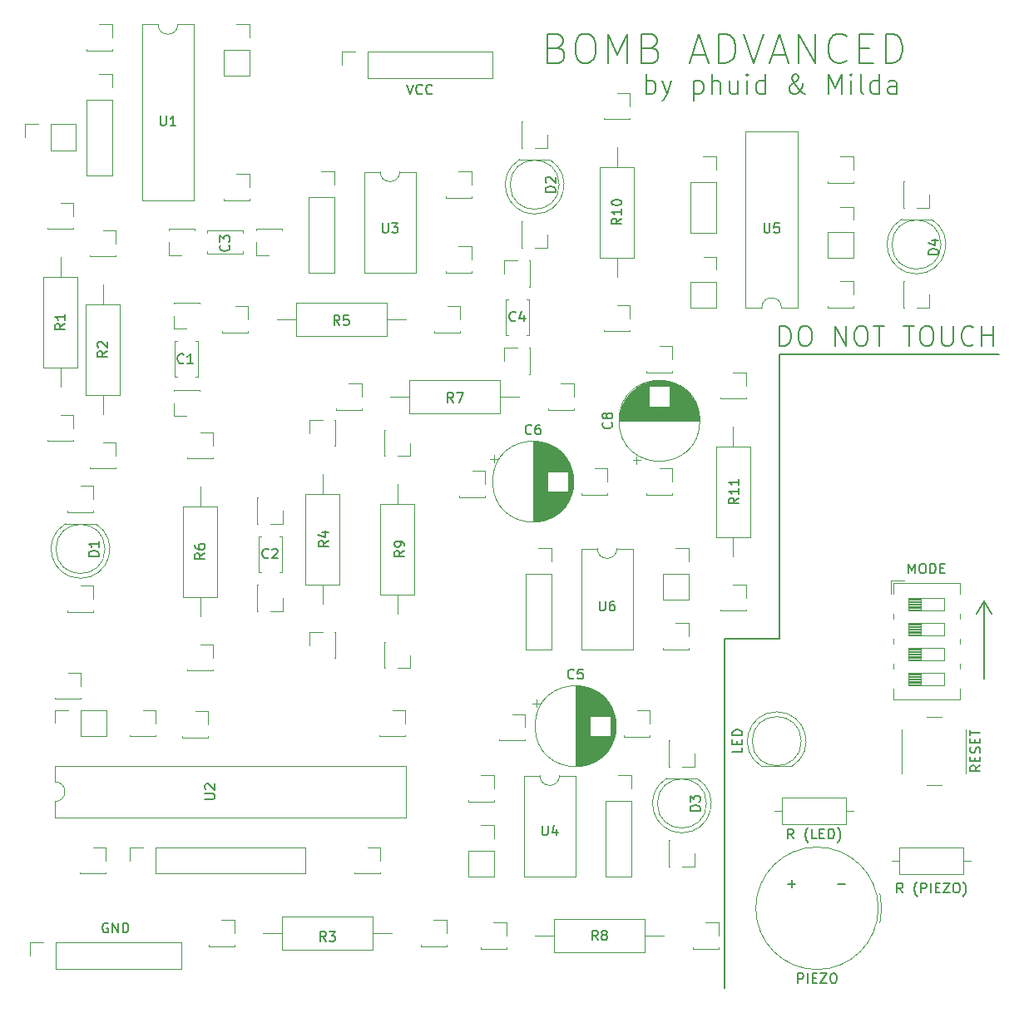
<source format=gbr>
%TF.GenerationSoftware,KiCad,Pcbnew,(6.0.5)*%
%TF.CreationDate,2022-06-23T14:56:38+02:00*%
%TF.ProjectId,advanced,61647661-6e63-4656-942e-6b696361645f,rev?*%
%TF.SameCoordinates,Original*%
%TF.FileFunction,Legend,Top*%
%TF.FilePolarity,Positive*%
%FSLAX46Y46*%
G04 Gerber Fmt 4.6, Leading zero omitted, Abs format (unit mm)*
G04 Created by KiCad (PCBNEW (6.0.5)) date 2022-06-23 14:56:38*
%MOMM*%
%LPD*%
G01*
G04 APERTURE LIST*
%ADD10C,0.150000*%
%ADD11C,0.120000*%
G04 APERTURE END LIST*
D10*
X240284000Y-88900000D02*
X240284000Y-117856000D01*
X240284000Y-88900000D02*
X262636000Y-88900000D01*
X234696000Y-117856000D02*
X234696000Y-138176000D01*
X240284000Y-117856000D02*
X234696000Y-117856000D01*
X261112000Y-114046000D02*
X261874000Y-115316000D01*
X261112000Y-114046000D02*
X260350000Y-115316000D01*
X234696000Y-138176000D02*
X234696000Y-153416000D01*
X261112000Y-121920000D02*
X261112000Y-114046000D01*
X226760095Y-62372761D02*
X226760095Y-60372761D01*
X226760095Y-61134666D02*
X226950571Y-61039428D01*
X227331523Y-61039428D01*
X227522000Y-61134666D01*
X227617238Y-61229904D01*
X227712476Y-61420380D01*
X227712476Y-61991809D01*
X227617238Y-62182285D01*
X227522000Y-62277523D01*
X227331523Y-62372761D01*
X226950571Y-62372761D01*
X226760095Y-62277523D01*
X228379142Y-61039428D02*
X228855333Y-62372761D01*
X229331523Y-61039428D02*
X228855333Y-62372761D01*
X228664857Y-62848952D01*
X228569619Y-62944190D01*
X228379142Y-63039428D01*
X231617238Y-61039428D02*
X231617238Y-63039428D01*
X231617238Y-61134666D02*
X231807714Y-61039428D01*
X232188666Y-61039428D01*
X232379142Y-61134666D01*
X232474380Y-61229904D01*
X232569619Y-61420380D01*
X232569619Y-61991809D01*
X232474380Y-62182285D01*
X232379142Y-62277523D01*
X232188666Y-62372761D01*
X231807714Y-62372761D01*
X231617238Y-62277523D01*
X233426761Y-62372761D02*
X233426761Y-60372761D01*
X234283904Y-62372761D02*
X234283904Y-61325142D01*
X234188666Y-61134666D01*
X233998190Y-61039428D01*
X233712476Y-61039428D01*
X233522000Y-61134666D01*
X233426761Y-61229904D01*
X236093428Y-61039428D02*
X236093428Y-62372761D01*
X235236285Y-61039428D02*
X235236285Y-62087047D01*
X235331523Y-62277523D01*
X235522000Y-62372761D01*
X235807714Y-62372761D01*
X235998190Y-62277523D01*
X236093428Y-62182285D01*
X237045809Y-62372761D02*
X237045809Y-61039428D01*
X237045809Y-60372761D02*
X236950571Y-60468000D01*
X237045809Y-60563238D01*
X237141047Y-60468000D01*
X237045809Y-60372761D01*
X237045809Y-60563238D01*
X238855333Y-62372761D02*
X238855333Y-60372761D01*
X238855333Y-62277523D02*
X238664857Y-62372761D01*
X238283904Y-62372761D01*
X238093428Y-62277523D01*
X237998190Y-62182285D01*
X237902952Y-61991809D01*
X237902952Y-61420380D01*
X237998190Y-61229904D01*
X238093428Y-61134666D01*
X238283904Y-61039428D01*
X238664857Y-61039428D01*
X238855333Y-61134666D01*
X242950571Y-62372761D02*
X242855333Y-62372761D01*
X242664857Y-62277523D01*
X242379142Y-61991809D01*
X241902952Y-61420380D01*
X241712476Y-61134666D01*
X241617238Y-60848952D01*
X241617238Y-60658476D01*
X241712476Y-60468000D01*
X241902952Y-60372761D01*
X241998190Y-60372761D01*
X242188666Y-60468000D01*
X242283904Y-60658476D01*
X242283904Y-60753714D01*
X242188666Y-60944190D01*
X242093428Y-61039428D01*
X241522000Y-61420380D01*
X241426761Y-61515619D01*
X241331523Y-61706095D01*
X241331523Y-61991809D01*
X241426761Y-62182285D01*
X241522000Y-62277523D01*
X241712476Y-62372761D01*
X241998190Y-62372761D01*
X242188666Y-62277523D01*
X242283904Y-62182285D01*
X242569619Y-61801333D01*
X242664857Y-61515619D01*
X242664857Y-61325142D01*
X245331523Y-62372761D02*
X245331523Y-60372761D01*
X245998190Y-61801333D01*
X246664857Y-60372761D01*
X246664857Y-62372761D01*
X247617238Y-62372761D02*
X247617238Y-61039428D01*
X247617238Y-60372761D02*
X247522000Y-60468000D01*
X247617238Y-60563238D01*
X247712476Y-60468000D01*
X247617238Y-60372761D01*
X247617238Y-60563238D01*
X248855333Y-62372761D02*
X248664857Y-62277523D01*
X248569619Y-62087047D01*
X248569619Y-60372761D01*
X250474380Y-62372761D02*
X250474380Y-60372761D01*
X250474380Y-62277523D02*
X250283904Y-62372761D01*
X249902952Y-62372761D01*
X249712476Y-62277523D01*
X249617238Y-62182285D01*
X249522000Y-61991809D01*
X249522000Y-61420380D01*
X249617238Y-61229904D01*
X249712476Y-61134666D01*
X249902952Y-61039428D01*
X250283904Y-61039428D01*
X250474380Y-61134666D01*
X252283904Y-62372761D02*
X252283904Y-61325142D01*
X252188666Y-61134666D01*
X251998190Y-61039428D01*
X251617238Y-61039428D01*
X251426761Y-61134666D01*
X252283904Y-62277523D02*
X252093428Y-62372761D01*
X251617238Y-62372761D01*
X251426761Y-62277523D01*
X251331523Y-62087047D01*
X251331523Y-61896571D01*
X251426761Y-61706095D01*
X251617238Y-61610857D01*
X252093428Y-61610857D01*
X252283904Y-61515619D01*
X217696000Y-57697714D02*
X218124571Y-57840571D01*
X218267428Y-57983428D01*
X218410285Y-58269142D01*
X218410285Y-58697714D01*
X218267428Y-58983428D01*
X218124571Y-59126285D01*
X217838857Y-59269142D01*
X216696000Y-59269142D01*
X216696000Y-56269142D01*
X217696000Y-56269142D01*
X217981714Y-56412000D01*
X218124571Y-56554857D01*
X218267428Y-56840571D01*
X218267428Y-57126285D01*
X218124571Y-57412000D01*
X217981714Y-57554857D01*
X217696000Y-57697714D01*
X216696000Y-57697714D01*
X220267428Y-56269142D02*
X220838857Y-56269142D01*
X221124571Y-56412000D01*
X221410285Y-56697714D01*
X221553142Y-57269142D01*
X221553142Y-58269142D01*
X221410285Y-58840571D01*
X221124571Y-59126285D01*
X220838857Y-59269142D01*
X220267428Y-59269142D01*
X219981714Y-59126285D01*
X219696000Y-58840571D01*
X219553142Y-58269142D01*
X219553142Y-57269142D01*
X219696000Y-56697714D01*
X219981714Y-56412000D01*
X220267428Y-56269142D01*
X222838857Y-59269142D02*
X222838857Y-56269142D01*
X223838857Y-58412000D01*
X224838857Y-56269142D01*
X224838857Y-59269142D01*
X227267428Y-57697714D02*
X227696000Y-57840571D01*
X227838857Y-57983428D01*
X227981714Y-58269142D01*
X227981714Y-58697714D01*
X227838857Y-58983428D01*
X227696000Y-59126285D01*
X227410285Y-59269142D01*
X226267428Y-59269142D01*
X226267428Y-56269142D01*
X227267428Y-56269142D01*
X227553142Y-56412000D01*
X227696000Y-56554857D01*
X227838857Y-56840571D01*
X227838857Y-57126285D01*
X227696000Y-57412000D01*
X227553142Y-57554857D01*
X227267428Y-57697714D01*
X226267428Y-57697714D01*
X231410285Y-58412000D02*
X232838857Y-58412000D01*
X231124571Y-59269142D02*
X232124571Y-56269142D01*
X233124571Y-59269142D01*
X234124571Y-59269142D02*
X234124571Y-56269142D01*
X234838857Y-56269142D01*
X235267428Y-56412000D01*
X235553142Y-56697714D01*
X235696000Y-56983428D01*
X235838857Y-57554857D01*
X235838857Y-57983428D01*
X235696000Y-58554857D01*
X235553142Y-58840571D01*
X235267428Y-59126285D01*
X234838857Y-59269142D01*
X234124571Y-59269142D01*
X236696000Y-56269142D02*
X237696000Y-59269142D01*
X238696000Y-56269142D01*
X239553142Y-58412000D02*
X240981714Y-58412000D01*
X239267428Y-59269142D02*
X240267428Y-56269142D01*
X241267428Y-59269142D01*
X242267428Y-59269142D02*
X242267428Y-56269142D01*
X243981714Y-59269142D01*
X243981714Y-56269142D01*
X247124571Y-58983428D02*
X246981714Y-59126285D01*
X246553142Y-59269142D01*
X246267428Y-59269142D01*
X245838857Y-59126285D01*
X245553142Y-58840571D01*
X245410285Y-58554857D01*
X245267428Y-57983428D01*
X245267428Y-57554857D01*
X245410285Y-56983428D01*
X245553142Y-56697714D01*
X245838857Y-56412000D01*
X246267428Y-56269142D01*
X246553142Y-56269142D01*
X246981714Y-56412000D01*
X247124571Y-56554857D01*
X248410285Y-57697714D02*
X249410285Y-57697714D01*
X249838857Y-59269142D02*
X248410285Y-59269142D01*
X248410285Y-56269142D01*
X249838857Y-56269142D01*
X251124571Y-59269142D02*
X251124571Y-56269142D01*
X251838857Y-56269142D01*
X252267428Y-56412000D01*
X252553142Y-56697714D01*
X252696000Y-56983428D01*
X252838857Y-57554857D01*
X252838857Y-57983428D01*
X252696000Y-58554857D01*
X252553142Y-58840571D01*
X252267428Y-59126285D01*
X251838857Y-59269142D01*
X251124571Y-59269142D01*
X253460476Y-111196380D02*
X253460476Y-110196380D01*
X253793809Y-110910666D01*
X254127142Y-110196380D01*
X254127142Y-111196380D01*
X254793809Y-110196380D02*
X254984285Y-110196380D01*
X255079523Y-110244000D01*
X255174761Y-110339238D01*
X255222380Y-110529714D01*
X255222380Y-110863047D01*
X255174761Y-111053523D01*
X255079523Y-111148761D01*
X254984285Y-111196380D01*
X254793809Y-111196380D01*
X254698571Y-111148761D01*
X254603333Y-111053523D01*
X254555714Y-110863047D01*
X254555714Y-110529714D01*
X254603333Y-110339238D01*
X254698571Y-110244000D01*
X254793809Y-110196380D01*
X255650952Y-111196380D02*
X255650952Y-110196380D01*
X255889047Y-110196380D01*
X256031904Y-110244000D01*
X256127142Y-110339238D01*
X256174761Y-110434476D01*
X256222380Y-110624952D01*
X256222380Y-110767809D01*
X256174761Y-110958285D01*
X256127142Y-111053523D01*
X256031904Y-111148761D01*
X255889047Y-111196380D01*
X255650952Y-111196380D01*
X256650952Y-110672571D02*
X256984285Y-110672571D01*
X257127142Y-111196380D02*
X256650952Y-111196380D01*
X256650952Y-110196380D01*
X257127142Y-110196380D01*
X241173047Y-142819428D02*
X241934952Y-142819428D01*
X241554000Y-143200380D02*
X241554000Y-142438476D01*
X171958095Y-146820000D02*
X171862857Y-146772380D01*
X171720000Y-146772380D01*
X171577142Y-146820000D01*
X171481904Y-146915238D01*
X171434285Y-147010476D01*
X171386666Y-147200952D01*
X171386666Y-147343809D01*
X171434285Y-147534285D01*
X171481904Y-147629523D01*
X171577142Y-147724761D01*
X171720000Y-147772380D01*
X171815238Y-147772380D01*
X171958095Y-147724761D01*
X172005714Y-147677142D01*
X172005714Y-147343809D01*
X171815238Y-147343809D01*
X172434285Y-147772380D02*
X172434285Y-146772380D01*
X173005714Y-147772380D01*
X173005714Y-146772380D01*
X173481904Y-147772380D02*
X173481904Y-146772380D01*
X173720000Y-146772380D01*
X173862857Y-146820000D01*
X173958095Y-146915238D01*
X174005714Y-147010476D01*
X174053333Y-147200952D01*
X174053333Y-147343809D01*
X174005714Y-147534285D01*
X173958095Y-147629523D01*
X173862857Y-147724761D01*
X173720000Y-147772380D01*
X173481904Y-147772380D01*
X202374666Y-61428380D02*
X202708000Y-62428380D01*
X203041333Y-61428380D01*
X203946095Y-62333142D02*
X203898476Y-62380761D01*
X203755619Y-62428380D01*
X203660380Y-62428380D01*
X203517523Y-62380761D01*
X203422285Y-62285523D01*
X203374666Y-62190285D01*
X203327047Y-61999809D01*
X203327047Y-61856952D01*
X203374666Y-61666476D01*
X203422285Y-61571238D01*
X203517523Y-61476000D01*
X203660380Y-61428380D01*
X203755619Y-61428380D01*
X203898476Y-61476000D01*
X203946095Y-61523619D01*
X204946095Y-62333142D02*
X204898476Y-62380761D01*
X204755619Y-62428380D01*
X204660380Y-62428380D01*
X204517523Y-62380761D01*
X204422285Y-62285523D01*
X204374666Y-62190285D01*
X204327047Y-61999809D01*
X204327047Y-61856952D01*
X204374666Y-61666476D01*
X204422285Y-61571238D01*
X204517523Y-61476000D01*
X204660380Y-61428380D01*
X204755619Y-61428380D01*
X204898476Y-61476000D01*
X204946095Y-61523619D01*
X240348857Y-88026761D02*
X240348857Y-86026761D01*
X240825047Y-86026761D01*
X241110761Y-86122000D01*
X241301238Y-86312476D01*
X241396476Y-86502952D01*
X241491714Y-86883904D01*
X241491714Y-87169619D01*
X241396476Y-87550571D01*
X241301238Y-87741047D01*
X241110761Y-87931523D01*
X240825047Y-88026761D01*
X240348857Y-88026761D01*
X242729809Y-86026761D02*
X243110761Y-86026761D01*
X243301238Y-86122000D01*
X243491714Y-86312476D01*
X243586952Y-86693428D01*
X243586952Y-87360095D01*
X243491714Y-87741047D01*
X243301238Y-87931523D01*
X243110761Y-88026761D01*
X242729809Y-88026761D01*
X242539333Y-87931523D01*
X242348857Y-87741047D01*
X242253619Y-87360095D01*
X242253619Y-86693428D01*
X242348857Y-86312476D01*
X242539333Y-86122000D01*
X242729809Y-86026761D01*
X245967904Y-88026761D02*
X245967904Y-86026761D01*
X247110761Y-88026761D01*
X247110761Y-86026761D01*
X248444095Y-86026761D02*
X248825047Y-86026761D01*
X249015523Y-86122000D01*
X249206000Y-86312476D01*
X249301238Y-86693428D01*
X249301238Y-87360095D01*
X249206000Y-87741047D01*
X249015523Y-87931523D01*
X248825047Y-88026761D01*
X248444095Y-88026761D01*
X248253619Y-87931523D01*
X248063142Y-87741047D01*
X247967904Y-87360095D01*
X247967904Y-86693428D01*
X248063142Y-86312476D01*
X248253619Y-86122000D01*
X248444095Y-86026761D01*
X249872666Y-86026761D02*
X251015523Y-86026761D01*
X250444095Y-88026761D02*
X250444095Y-86026761D01*
X252920285Y-86026761D02*
X254063142Y-86026761D01*
X253491714Y-88026761D02*
X253491714Y-86026761D01*
X255110761Y-86026761D02*
X255491714Y-86026761D01*
X255682190Y-86122000D01*
X255872666Y-86312476D01*
X255967904Y-86693428D01*
X255967904Y-87360095D01*
X255872666Y-87741047D01*
X255682190Y-87931523D01*
X255491714Y-88026761D01*
X255110761Y-88026761D01*
X254920285Y-87931523D01*
X254729809Y-87741047D01*
X254634571Y-87360095D01*
X254634571Y-86693428D01*
X254729809Y-86312476D01*
X254920285Y-86122000D01*
X255110761Y-86026761D01*
X256825047Y-86026761D02*
X256825047Y-87645809D01*
X256920285Y-87836285D01*
X257015523Y-87931523D01*
X257206000Y-88026761D01*
X257586952Y-88026761D01*
X257777428Y-87931523D01*
X257872666Y-87836285D01*
X257967904Y-87645809D01*
X257967904Y-86026761D01*
X260063142Y-87836285D02*
X259967904Y-87931523D01*
X259682190Y-88026761D01*
X259491714Y-88026761D01*
X259206000Y-87931523D01*
X259015523Y-87741047D01*
X258920285Y-87550571D01*
X258825047Y-87169619D01*
X258825047Y-86883904D01*
X258920285Y-86502952D01*
X259015523Y-86312476D01*
X259206000Y-86122000D01*
X259491714Y-86026761D01*
X259682190Y-86026761D01*
X259967904Y-86122000D01*
X260063142Y-86217238D01*
X260920285Y-88026761D02*
X260920285Y-86026761D01*
X260920285Y-86979142D02*
X262063142Y-86979142D01*
X262063142Y-88026761D02*
X262063142Y-86026761D01*
X246253047Y-142819428D02*
X247014952Y-142819428D01*
%TO.C,C5*%
X219386682Y-121853142D02*
X219339063Y-121900761D01*
X219196206Y-121948380D01*
X219100968Y-121948380D01*
X218958110Y-121900761D01*
X218862872Y-121805523D01*
X218815253Y-121710285D01*
X218767634Y-121519809D01*
X218767634Y-121376952D01*
X218815253Y-121186476D01*
X218862872Y-121091238D01*
X218958110Y-120996000D01*
X219100968Y-120948380D01*
X219196206Y-120948380D01*
X219339063Y-120996000D01*
X219386682Y-121043619D01*
X220291444Y-120948380D02*
X219815253Y-120948380D01*
X219767634Y-121424571D01*
X219815253Y-121376952D01*
X219910491Y-121329333D01*
X220148587Y-121329333D01*
X220243825Y-121376952D01*
X220291444Y-121424571D01*
X220339063Y-121519809D01*
X220339063Y-121757904D01*
X220291444Y-121853142D01*
X220243825Y-121900761D01*
X220148587Y-121948380D01*
X219910491Y-121948380D01*
X219815253Y-121900761D01*
X219767634Y-121853142D01*
%TO.C,C6*%
X215068682Y-96961142D02*
X215021063Y-97008761D01*
X214878206Y-97056380D01*
X214782968Y-97056380D01*
X214640110Y-97008761D01*
X214544872Y-96913523D01*
X214497253Y-96818285D01*
X214449634Y-96627809D01*
X214449634Y-96484952D01*
X214497253Y-96294476D01*
X214544872Y-96199238D01*
X214640110Y-96104000D01*
X214782968Y-96056380D01*
X214878206Y-96056380D01*
X215021063Y-96104000D01*
X215068682Y-96151619D01*
X215925825Y-96056380D02*
X215735349Y-96056380D01*
X215640110Y-96104000D01*
X215592491Y-96151619D01*
X215497253Y-96294476D01*
X215449634Y-96484952D01*
X215449634Y-96865904D01*
X215497253Y-96961142D01*
X215544872Y-97008761D01*
X215640110Y-97056380D01*
X215830587Y-97056380D01*
X215925825Y-97008761D01*
X215973444Y-96961142D01*
X216021063Y-96865904D01*
X216021063Y-96627809D01*
X215973444Y-96532571D01*
X215925825Y-96484952D01*
X215830587Y-96437333D01*
X215640110Y-96437333D01*
X215544872Y-96484952D01*
X215497253Y-96532571D01*
X215449634Y-96627809D01*
%TO.C,C8*%
X223199142Y-95827317D02*
X223246761Y-95874936D01*
X223294380Y-96017793D01*
X223294380Y-96113031D01*
X223246761Y-96255889D01*
X223151523Y-96351127D01*
X223056285Y-96398746D01*
X222865809Y-96446365D01*
X222722952Y-96446365D01*
X222532476Y-96398746D01*
X222437238Y-96351127D01*
X222342000Y-96255889D01*
X222294380Y-96113031D01*
X222294380Y-96017793D01*
X222342000Y-95874936D01*
X222389619Y-95827317D01*
X222722952Y-95255889D02*
X222675333Y-95351127D01*
X222627714Y-95398746D01*
X222532476Y-95446365D01*
X222484857Y-95446365D01*
X222389619Y-95398746D01*
X222342000Y-95351127D01*
X222294380Y-95255889D01*
X222294380Y-95065412D01*
X222342000Y-94970174D01*
X222389619Y-94922555D01*
X222484857Y-94874936D01*
X222532476Y-94874936D01*
X222627714Y-94922555D01*
X222675333Y-94970174D01*
X222722952Y-95065412D01*
X222722952Y-95255889D01*
X222770571Y-95351127D01*
X222818190Y-95398746D01*
X222913428Y-95446365D01*
X223103904Y-95446365D01*
X223199142Y-95398746D01*
X223246761Y-95351127D01*
X223294380Y-95255889D01*
X223294380Y-95065412D01*
X223246761Y-94970174D01*
X223199142Y-94922555D01*
X223103904Y-94874936D01*
X222913428Y-94874936D01*
X222818190Y-94922555D01*
X222770571Y-94970174D01*
X222722952Y-95065412D01*
%TO.C, *%
%TO.C,R1*%
X167584380Y-85764666D02*
X167108190Y-86098000D01*
X167584380Y-86336095D02*
X166584380Y-86336095D01*
X166584380Y-85955142D01*
X166632000Y-85859904D01*
X166679619Y-85812285D01*
X166774857Y-85764666D01*
X166917714Y-85764666D01*
X167012952Y-85812285D01*
X167060571Y-85859904D01*
X167108190Y-85955142D01*
X167108190Y-86336095D01*
X167584380Y-84812285D02*
X167584380Y-85383714D01*
X167584380Y-85098000D02*
X166584380Y-85098000D01*
X166727238Y-85193238D01*
X166822476Y-85288476D01*
X166870095Y-85383714D01*
%TO.C, *%
%TO.C,U3*%
X199908095Y-75525380D02*
X199908095Y-76334904D01*
X199955714Y-76430142D01*
X200003333Y-76477761D01*
X200098571Y-76525380D01*
X200289047Y-76525380D01*
X200384285Y-76477761D01*
X200431904Y-76430142D01*
X200479523Y-76334904D01*
X200479523Y-75525380D01*
X200860476Y-75525380D02*
X201479523Y-75525380D01*
X201146190Y-75906333D01*
X201289047Y-75906333D01*
X201384285Y-75953952D01*
X201431904Y-76001571D01*
X201479523Y-76096809D01*
X201479523Y-76334904D01*
X201431904Y-76430142D01*
X201384285Y-76477761D01*
X201289047Y-76525380D01*
X201003333Y-76525380D01*
X200908095Y-76477761D01*
X200860476Y-76430142D01*
%TO.C,R9*%
X202128380Y-108878666D02*
X201652190Y-109212000D01*
X202128380Y-109450095D02*
X201128380Y-109450095D01*
X201128380Y-109069142D01*
X201176000Y-108973904D01*
X201223619Y-108926285D01*
X201318857Y-108878666D01*
X201461714Y-108878666D01*
X201556952Y-108926285D01*
X201604571Y-108973904D01*
X201652190Y-109069142D01*
X201652190Y-109450095D01*
X202128380Y-108402476D02*
X202128380Y-108212000D01*
X202080761Y-108116761D01*
X202033142Y-108069142D01*
X201890285Y-107973904D01*
X201699809Y-107926285D01*
X201318857Y-107926285D01*
X201223619Y-107973904D01*
X201176000Y-108021523D01*
X201128380Y-108116761D01*
X201128380Y-108307238D01*
X201176000Y-108402476D01*
X201223619Y-108450095D01*
X201318857Y-108497714D01*
X201556952Y-108497714D01*
X201652190Y-108450095D01*
X201699809Y-108402476D01*
X201747428Y-108307238D01*
X201747428Y-108116761D01*
X201699809Y-108021523D01*
X201652190Y-107973904D01*
X201556952Y-107926285D01*
%TO.C, *%
%TO.C,RESET*%
X260734380Y-130738380D02*
X260258190Y-131071714D01*
X260734380Y-131309809D02*
X259734380Y-131309809D01*
X259734380Y-130928857D01*
X259782000Y-130833619D01*
X259829619Y-130786000D01*
X259924857Y-130738380D01*
X260067714Y-130738380D01*
X260162952Y-130786000D01*
X260210571Y-130833619D01*
X260258190Y-130928857D01*
X260258190Y-131309809D01*
X260210571Y-130309809D02*
X260210571Y-129976476D01*
X260734380Y-129833619D02*
X260734380Y-130309809D01*
X259734380Y-130309809D01*
X259734380Y-129833619D01*
X260686761Y-129452666D02*
X260734380Y-129309809D01*
X260734380Y-129071714D01*
X260686761Y-128976476D01*
X260639142Y-128928857D01*
X260543904Y-128881238D01*
X260448666Y-128881238D01*
X260353428Y-128928857D01*
X260305809Y-128976476D01*
X260258190Y-129071714D01*
X260210571Y-129262190D01*
X260162952Y-129357428D01*
X260115333Y-129405047D01*
X260020095Y-129452666D01*
X259924857Y-129452666D01*
X259829619Y-129405047D01*
X259782000Y-129357428D01*
X259734380Y-129262190D01*
X259734380Y-129024095D01*
X259782000Y-128881238D01*
X260210571Y-128452666D02*
X260210571Y-128119333D01*
X260734380Y-127976476D02*
X260734380Y-128452666D01*
X259734380Y-128452666D01*
X259734380Y-127976476D01*
X259734380Y-127690761D02*
X259734380Y-127119333D01*
X260734380Y-127405047D02*
X259734380Y-127405047D01*
%TO.C, *%
%TO.C,LED*%
X236522380Y-128917857D02*
X236522380Y-129394047D01*
X235522380Y-129394047D01*
X235998571Y-128584523D02*
X235998571Y-128251190D01*
X236522380Y-128108333D02*
X236522380Y-128584523D01*
X235522380Y-128584523D01*
X235522380Y-128108333D01*
X236522380Y-127679761D02*
X235522380Y-127679761D01*
X235522380Y-127441666D01*
X235570000Y-127298809D01*
X235665238Y-127203571D01*
X235760476Y-127155952D01*
X235950952Y-127108333D01*
X236093809Y-127108333D01*
X236284285Y-127155952D01*
X236379523Y-127203571D01*
X236474761Y-127298809D01*
X236522380Y-127441666D01*
X236522380Y-127679761D01*
%TO.C, *%
%TO.C,U5*%
X238750095Y-75525380D02*
X238750095Y-76334904D01*
X238797714Y-76430142D01*
X238845333Y-76477761D01*
X238940571Y-76525380D01*
X239131047Y-76525380D01*
X239226285Y-76477761D01*
X239273904Y-76430142D01*
X239321523Y-76334904D01*
X239321523Y-75525380D01*
X240273904Y-75525380D02*
X239797714Y-75525380D01*
X239750095Y-76001571D01*
X239797714Y-75953952D01*
X239892952Y-75906333D01*
X240131047Y-75906333D01*
X240226285Y-75953952D01*
X240273904Y-76001571D01*
X240321523Y-76096809D01*
X240321523Y-76334904D01*
X240273904Y-76430142D01*
X240226285Y-76477761D01*
X240131047Y-76525380D01*
X239892952Y-76525380D01*
X239797714Y-76477761D01*
X239750095Y-76430142D01*
%TO.C,R3*%
X194143333Y-148661380D02*
X193810000Y-148185190D01*
X193571904Y-148661380D02*
X193571904Y-147661380D01*
X193952857Y-147661380D01*
X194048095Y-147709000D01*
X194095714Y-147756619D01*
X194143333Y-147851857D01*
X194143333Y-147994714D01*
X194095714Y-148089952D01*
X194048095Y-148137571D01*
X193952857Y-148185190D01*
X193571904Y-148185190D01*
X194476666Y-147661380D02*
X195095714Y-147661380D01*
X194762380Y-148042333D01*
X194905238Y-148042333D01*
X195000476Y-148089952D01*
X195048095Y-148137571D01*
X195095714Y-148232809D01*
X195095714Y-148470904D01*
X195048095Y-148566142D01*
X195000476Y-148613761D01*
X194905238Y-148661380D01*
X194619523Y-148661380D01*
X194524285Y-148613761D01*
X194476666Y-148566142D01*
%TO.C, *%
%TO.C,R7*%
X207097333Y-93797380D02*
X206764000Y-93321190D01*
X206525904Y-93797380D02*
X206525904Y-92797380D01*
X206906857Y-92797380D01*
X207002095Y-92845000D01*
X207049714Y-92892619D01*
X207097333Y-92987857D01*
X207097333Y-93130714D01*
X207049714Y-93225952D01*
X207002095Y-93273571D01*
X206906857Y-93321190D01*
X206525904Y-93321190D01*
X207430666Y-92797380D02*
X208097333Y-92797380D01*
X207668761Y-93797380D01*
%TO.C, *%
%TO.C,U2*%
X181824380Y-134182404D02*
X182633904Y-134182404D01*
X182729142Y-134134785D01*
X182776761Y-134087166D01*
X182824380Y-133991928D01*
X182824380Y-133801452D01*
X182776761Y-133706214D01*
X182729142Y-133658595D01*
X182633904Y-133610976D01*
X181824380Y-133610976D01*
X181919619Y-133182404D02*
X181872000Y-133134785D01*
X181824380Y-133039547D01*
X181824380Y-132801452D01*
X181872000Y-132706214D01*
X181919619Y-132658595D01*
X182014857Y-132610976D01*
X182110095Y-132610976D01*
X182252952Y-132658595D01*
X182824380Y-133230023D01*
X182824380Y-132610976D01*
%TO.C, *%
%TO.C,D3*%
X232227379Y-135358095D02*
X231227379Y-135358095D01*
X231227379Y-135120000D01*
X231274999Y-134977142D01*
X231370237Y-134881904D01*
X231465475Y-134834285D01*
X231655951Y-134786666D01*
X231798808Y-134786666D01*
X231989284Y-134834285D01*
X232084522Y-134881904D01*
X232179760Y-134977142D01*
X232227379Y-135120000D01*
X232227379Y-135358095D01*
X231227379Y-134453333D02*
X231227379Y-133834285D01*
X231608332Y-134167619D01*
X231608332Y-134024761D01*
X231655951Y-133929523D01*
X231703570Y-133881904D01*
X231798808Y-133834285D01*
X232036903Y-133834285D01*
X232132141Y-133881904D01*
X232179760Y-133929523D01*
X232227379Y-134024761D01*
X232227379Y-134310476D01*
X232179760Y-134405714D01*
X232132141Y-134453333D01*
%TO.C, *%
%TO.C,R4*%
X194381380Y-107862666D02*
X193905190Y-108196000D01*
X194381380Y-108434095D02*
X193381380Y-108434095D01*
X193381380Y-108053142D01*
X193429000Y-107957904D01*
X193476619Y-107910285D01*
X193571857Y-107862666D01*
X193714714Y-107862666D01*
X193809952Y-107910285D01*
X193857571Y-107957904D01*
X193905190Y-108053142D01*
X193905190Y-108434095D01*
X193714714Y-107005523D02*
X194381380Y-107005523D01*
X193333761Y-107243619D02*
X194048047Y-107481714D01*
X194048047Y-106862666D01*
%TO.C, *%
%TO.C,C1*%
X179665333Y-89745142D02*
X179617714Y-89792761D01*
X179474857Y-89840380D01*
X179379619Y-89840380D01*
X179236761Y-89792761D01*
X179141523Y-89697523D01*
X179093904Y-89602285D01*
X179046285Y-89411809D01*
X179046285Y-89268952D01*
X179093904Y-89078476D01*
X179141523Y-88983238D01*
X179236761Y-88888000D01*
X179379619Y-88840380D01*
X179474857Y-88840380D01*
X179617714Y-88888000D01*
X179665333Y-88935619D01*
X180617714Y-89840380D02*
X180046285Y-89840380D01*
X180332000Y-89840380D02*
X180332000Y-88840380D01*
X180236761Y-88983238D01*
X180141523Y-89078476D01*
X180046285Y-89126095D01*
%TO.C, *%
%TO.C,C2*%
X188301333Y-109577142D02*
X188253714Y-109624761D01*
X188110857Y-109672380D01*
X188015619Y-109672380D01*
X187872761Y-109624761D01*
X187777523Y-109529523D01*
X187729904Y-109434285D01*
X187682285Y-109243809D01*
X187682285Y-109100952D01*
X187729904Y-108910476D01*
X187777523Y-108815238D01*
X187872761Y-108720000D01*
X188015619Y-108672380D01*
X188110857Y-108672380D01*
X188253714Y-108720000D01*
X188301333Y-108767619D01*
X188682285Y-108767619D02*
X188729904Y-108720000D01*
X188825142Y-108672380D01*
X189063238Y-108672380D01*
X189158476Y-108720000D01*
X189206095Y-108767619D01*
X189253714Y-108862857D01*
X189253714Y-108958095D01*
X189206095Y-109100952D01*
X188634666Y-109672380D01*
X189253714Y-109672380D01*
%TO.C,C4*%
X213447333Y-85447142D02*
X213399714Y-85494761D01*
X213256857Y-85542380D01*
X213161619Y-85542380D01*
X213018761Y-85494761D01*
X212923523Y-85399523D01*
X212875904Y-85304285D01*
X212828285Y-85113809D01*
X212828285Y-84970952D01*
X212875904Y-84780476D01*
X212923523Y-84685238D01*
X213018761Y-84590000D01*
X213161619Y-84542380D01*
X213256857Y-84542380D01*
X213399714Y-84590000D01*
X213447333Y-84637619D01*
X214304476Y-84875714D02*
X214304476Y-85542380D01*
X214066380Y-84494761D02*
X213828285Y-85209047D01*
X214447333Y-85209047D01*
%TO.C, *%
%TO.C,R (LED)*%
X241744761Y-138204380D02*
X241411428Y-137728190D01*
X241173333Y-138204380D02*
X241173333Y-137204380D01*
X241554285Y-137204380D01*
X241649523Y-137252000D01*
X241697142Y-137299619D01*
X241744761Y-137394857D01*
X241744761Y-137537714D01*
X241697142Y-137632952D01*
X241649523Y-137680571D01*
X241554285Y-137728190D01*
X241173333Y-137728190D01*
X243220952Y-138585333D02*
X243173333Y-138537714D01*
X243078095Y-138394857D01*
X243030476Y-138299619D01*
X242982857Y-138156761D01*
X242935238Y-137918666D01*
X242935238Y-137728190D01*
X242982857Y-137490095D01*
X243030476Y-137347238D01*
X243078095Y-137252000D01*
X243173333Y-137109142D01*
X243220952Y-137061523D01*
X244078095Y-138204380D02*
X243601904Y-138204380D01*
X243601904Y-137204380D01*
X244411428Y-137680571D02*
X244744761Y-137680571D01*
X244887619Y-138204380D02*
X244411428Y-138204380D01*
X244411428Y-137204380D01*
X244887619Y-137204380D01*
X245316190Y-138204380D02*
X245316190Y-137204380D01*
X245554285Y-137204380D01*
X245697142Y-137252000D01*
X245792380Y-137347238D01*
X245840000Y-137442476D01*
X245887619Y-137632952D01*
X245887619Y-137775809D01*
X245840000Y-137966285D01*
X245792380Y-138061523D01*
X245697142Y-138156761D01*
X245554285Y-138204380D01*
X245316190Y-138204380D01*
X246220952Y-138585333D02*
X246268571Y-138537714D01*
X246363809Y-138394857D01*
X246411428Y-138299619D01*
X246459047Y-138156761D01*
X246506666Y-137918666D01*
X246506666Y-137728190D01*
X246459047Y-137490095D01*
X246411428Y-137347238D01*
X246363809Y-137252000D01*
X246268571Y-137109142D01*
X246220952Y-137061523D01*
%TO.C, *%
%TO.C,D4*%
X256484380Y-78716095D02*
X255484380Y-78716095D01*
X255484380Y-78478000D01*
X255532000Y-78335142D01*
X255627238Y-78239904D01*
X255722476Y-78192285D01*
X255912952Y-78144666D01*
X256055809Y-78144666D01*
X256246285Y-78192285D01*
X256341523Y-78239904D01*
X256436761Y-78335142D01*
X256484380Y-78478000D01*
X256484380Y-78716095D01*
X255817714Y-77287523D02*
X256484380Y-77287523D01*
X255436761Y-77525619D02*
X256151047Y-77763714D01*
X256151047Y-77144666D01*
%TO.C, *%
%TO.C,D2*%
X217495381Y-72366095D02*
X216495381Y-72366095D01*
X216495381Y-72128000D01*
X216543001Y-71985142D01*
X216638239Y-71889904D01*
X216733477Y-71842285D01*
X216923953Y-71794666D01*
X217066810Y-71794666D01*
X217257286Y-71842285D01*
X217352524Y-71889904D01*
X217447762Y-71985142D01*
X217495381Y-72128000D01*
X217495381Y-72366095D01*
X216590620Y-71413714D02*
X216543001Y-71366095D01*
X216495381Y-71270857D01*
X216495381Y-71032761D01*
X216543001Y-70937523D01*
X216590620Y-70889904D01*
X216685858Y-70842285D01*
X216781096Y-70842285D01*
X216923953Y-70889904D01*
X217495381Y-71461333D01*
X217495381Y-70842285D01*
%TO.C,R11*%
X236164380Y-103512857D02*
X235688190Y-103846190D01*
X236164380Y-104084285D02*
X235164380Y-104084285D01*
X235164380Y-103703333D01*
X235212000Y-103608095D01*
X235259619Y-103560476D01*
X235354857Y-103512857D01*
X235497714Y-103512857D01*
X235592952Y-103560476D01*
X235640571Y-103608095D01*
X235688190Y-103703333D01*
X235688190Y-104084285D01*
X236164380Y-102560476D02*
X236164380Y-103131904D01*
X236164380Y-102846190D02*
X235164380Y-102846190D01*
X235307238Y-102941428D01*
X235402476Y-103036666D01*
X235450095Y-103131904D01*
X236164380Y-101608095D02*
X236164380Y-102179523D01*
X236164380Y-101893809D02*
X235164380Y-101893809D01*
X235307238Y-101989047D01*
X235402476Y-102084285D01*
X235450095Y-102179523D01*
%TO.C, *%
%TO.C,U6*%
X222006095Y-114006380D02*
X222006095Y-114815904D01*
X222053714Y-114911142D01*
X222101333Y-114958761D01*
X222196571Y-115006380D01*
X222387047Y-115006380D01*
X222482285Y-114958761D01*
X222529904Y-114911142D01*
X222577523Y-114815904D01*
X222577523Y-114006380D01*
X223482285Y-114006380D02*
X223291809Y-114006380D01*
X223196571Y-114054000D01*
X223148952Y-114101619D01*
X223053714Y-114244476D01*
X223006095Y-114434952D01*
X223006095Y-114815904D01*
X223053714Y-114911142D01*
X223101333Y-114958761D01*
X223196571Y-115006380D01*
X223387047Y-115006380D01*
X223482285Y-114958761D01*
X223529904Y-114911142D01*
X223577523Y-114815904D01*
X223577523Y-114577809D01*
X223529904Y-114482571D01*
X223482285Y-114434952D01*
X223387047Y-114387333D01*
X223196571Y-114387333D01*
X223101333Y-114434952D01*
X223053714Y-114482571D01*
X223006095Y-114577809D01*
%TO.C, *%
%TO.C,C3*%
X184253142Y-77763666D02*
X184300761Y-77811285D01*
X184348380Y-77954142D01*
X184348380Y-78049380D01*
X184300761Y-78192238D01*
X184205523Y-78287476D01*
X184110285Y-78335095D01*
X183919809Y-78382714D01*
X183776952Y-78382714D01*
X183586476Y-78335095D01*
X183491238Y-78287476D01*
X183396000Y-78192238D01*
X183348380Y-78049380D01*
X183348380Y-77954142D01*
X183396000Y-77811285D01*
X183443619Y-77763666D01*
X183348380Y-77430333D02*
X183348380Y-76811285D01*
X183729333Y-77144619D01*
X183729333Y-77001761D01*
X183776952Y-76906523D01*
X183824571Y-76858904D01*
X183919809Y-76811285D01*
X184157904Y-76811285D01*
X184253142Y-76858904D01*
X184300761Y-76906523D01*
X184348380Y-77001761D01*
X184348380Y-77287476D01*
X184300761Y-77382714D01*
X184253142Y-77430333D01*
%TO.C, *%
%TO.C,R2*%
X171902380Y-88558666D02*
X171426190Y-88892000D01*
X171902380Y-89130095D02*
X170902380Y-89130095D01*
X170902380Y-88749142D01*
X170950000Y-88653904D01*
X170997619Y-88606285D01*
X171092857Y-88558666D01*
X171235714Y-88558666D01*
X171330952Y-88606285D01*
X171378571Y-88653904D01*
X171426190Y-88749142D01*
X171426190Y-89130095D01*
X170997619Y-88177714D02*
X170950000Y-88130095D01*
X170902380Y-88034857D01*
X170902380Y-87796761D01*
X170950000Y-87701523D01*
X170997619Y-87653904D01*
X171092857Y-87606285D01*
X171188095Y-87606285D01*
X171330952Y-87653904D01*
X171902380Y-88225333D01*
X171902380Y-87606285D01*
%TO.C, *%
%TO.C,R6*%
X181808380Y-109132666D02*
X181332190Y-109466000D01*
X181808380Y-109704095D02*
X180808380Y-109704095D01*
X180808380Y-109323142D01*
X180856000Y-109227904D01*
X180903619Y-109180285D01*
X180998857Y-109132666D01*
X181141714Y-109132666D01*
X181236952Y-109180285D01*
X181284571Y-109227904D01*
X181332190Y-109323142D01*
X181332190Y-109704095D01*
X180808380Y-108275523D02*
X180808380Y-108466000D01*
X180856000Y-108561238D01*
X180903619Y-108608857D01*
X181046476Y-108704095D01*
X181236952Y-108751714D01*
X181617904Y-108751714D01*
X181713142Y-108704095D01*
X181760761Y-108656476D01*
X181808380Y-108561238D01*
X181808380Y-108370761D01*
X181760761Y-108275523D01*
X181713142Y-108227904D01*
X181617904Y-108180285D01*
X181379809Y-108180285D01*
X181284571Y-108227904D01*
X181236952Y-108275523D01*
X181189333Y-108370761D01*
X181189333Y-108561238D01*
X181236952Y-108656476D01*
X181284571Y-108704095D01*
X181379809Y-108751714D01*
%TO.C,PIEZO*%
X242181619Y-152910380D02*
X242181619Y-151910380D01*
X242562571Y-151910380D01*
X242657809Y-151958000D01*
X242705428Y-152005619D01*
X242753047Y-152100857D01*
X242753047Y-152243714D01*
X242705428Y-152338952D01*
X242657809Y-152386571D01*
X242562571Y-152434190D01*
X242181619Y-152434190D01*
X243181619Y-152910380D02*
X243181619Y-151910380D01*
X243657809Y-152386571D02*
X243991142Y-152386571D01*
X244134000Y-152910380D02*
X243657809Y-152910380D01*
X243657809Y-151910380D01*
X244134000Y-151910380D01*
X244467333Y-151910380D02*
X245134000Y-151910380D01*
X244467333Y-152910380D01*
X245134000Y-152910380D01*
X245705428Y-151910380D02*
X245895904Y-151910380D01*
X245991142Y-151958000D01*
X246086380Y-152053238D01*
X246134000Y-152243714D01*
X246134000Y-152577047D01*
X246086380Y-152767523D01*
X245991142Y-152862761D01*
X245895904Y-152910380D01*
X245705428Y-152910380D01*
X245610190Y-152862761D01*
X245514952Y-152767523D01*
X245467333Y-152577047D01*
X245467333Y-152243714D01*
X245514952Y-152053238D01*
X245610190Y-151958000D01*
X245705428Y-151910380D01*
%TO.C, *%
%TO.C,R5*%
X195540333Y-85923380D02*
X195207000Y-85447190D01*
X194968904Y-85923380D02*
X194968904Y-84923380D01*
X195349857Y-84923380D01*
X195445095Y-84971000D01*
X195492714Y-85018619D01*
X195540333Y-85113857D01*
X195540333Y-85256714D01*
X195492714Y-85351952D01*
X195445095Y-85399571D01*
X195349857Y-85447190D01*
X194968904Y-85447190D01*
X196445095Y-84923380D02*
X195968904Y-84923380D01*
X195921285Y-85399571D01*
X195968904Y-85351952D01*
X196064142Y-85304333D01*
X196302238Y-85304333D01*
X196397476Y-85351952D01*
X196445095Y-85399571D01*
X196492714Y-85494809D01*
X196492714Y-85732904D01*
X196445095Y-85828142D01*
X196397476Y-85875761D01*
X196302238Y-85923380D01*
X196064142Y-85923380D01*
X195968904Y-85875761D01*
X195921285Y-85828142D01*
%TO.C,U4*%
X216164095Y-136866380D02*
X216164095Y-137675904D01*
X216211714Y-137771142D01*
X216259333Y-137818761D01*
X216354571Y-137866380D01*
X216545047Y-137866380D01*
X216640285Y-137818761D01*
X216687904Y-137771142D01*
X216735523Y-137675904D01*
X216735523Y-136866380D01*
X217640285Y-137199714D02*
X217640285Y-137866380D01*
X217402190Y-136818761D02*
X217164095Y-137533047D01*
X217783142Y-137533047D01*
%TO.C, *%
%TO.C,R (PIEZO)*%
X252849428Y-143708380D02*
X252516095Y-143232190D01*
X252278000Y-143708380D02*
X252278000Y-142708380D01*
X252658952Y-142708380D01*
X252754190Y-142756000D01*
X252801809Y-142803619D01*
X252849428Y-142898857D01*
X252849428Y-143041714D01*
X252801809Y-143136952D01*
X252754190Y-143184571D01*
X252658952Y-143232190D01*
X252278000Y-143232190D01*
X254325619Y-144089333D02*
X254278000Y-144041714D01*
X254182761Y-143898857D01*
X254135142Y-143803619D01*
X254087523Y-143660761D01*
X254039904Y-143422666D01*
X254039904Y-143232190D01*
X254087523Y-142994095D01*
X254135142Y-142851238D01*
X254182761Y-142756000D01*
X254278000Y-142613142D01*
X254325619Y-142565523D01*
X254706571Y-143708380D02*
X254706571Y-142708380D01*
X255087523Y-142708380D01*
X255182761Y-142756000D01*
X255230380Y-142803619D01*
X255278000Y-142898857D01*
X255278000Y-143041714D01*
X255230380Y-143136952D01*
X255182761Y-143184571D01*
X255087523Y-143232190D01*
X254706571Y-143232190D01*
X255706571Y-143708380D02*
X255706571Y-142708380D01*
X256182761Y-143184571D02*
X256516095Y-143184571D01*
X256658952Y-143708380D02*
X256182761Y-143708380D01*
X256182761Y-142708380D01*
X256658952Y-142708380D01*
X256992285Y-142708380D02*
X257658952Y-142708380D01*
X256992285Y-143708380D01*
X257658952Y-143708380D01*
X258230380Y-142708380D02*
X258420857Y-142708380D01*
X258516095Y-142756000D01*
X258611333Y-142851238D01*
X258658952Y-143041714D01*
X258658952Y-143375047D01*
X258611333Y-143565523D01*
X258516095Y-143660761D01*
X258420857Y-143708380D01*
X258230380Y-143708380D01*
X258135142Y-143660761D01*
X258039904Y-143565523D01*
X257992285Y-143375047D01*
X257992285Y-143041714D01*
X258039904Y-142851238D01*
X258135142Y-142756000D01*
X258230380Y-142708380D01*
X258992285Y-144089333D02*
X259039904Y-144041714D01*
X259135142Y-143898857D01*
X259182761Y-143803619D01*
X259230380Y-143660761D01*
X259278000Y-143422666D01*
X259278000Y-143232190D01*
X259230380Y-142994095D01*
X259182761Y-142851238D01*
X259135142Y-142756000D01*
X259039904Y-142613142D01*
X258992285Y-142565523D01*
%TO.C,D1*%
X171013380Y-109445095D02*
X170013380Y-109445095D01*
X170013380Y-109207000D01*
X170061000Y-109064142D01*
X170156238Y-108968904D01*
X170251476Y-108921285D01*
X170441952Y-108873666D01*
X170584809Y-108873666D01*
X170775285Y-108921285D01*
X170870523Y-108968904D01*
X170965761Y-109064142D01*
X171013380Y-109207000D01*
X171013380Y-109445095D01*
X171013380Y-107921285D02*
X171013380Y-108492714D01*
X171013380Y-108207000D02*
X170013380Y-108207000D01*
X170156238Y-108302238D01*
X170251476Y-108397476D01*
X170299095Y-108492714D01*
%TO.C,R10*%
X224226380Y-75064857D02*
X223750190Y-75398190D01*
X224226380Y-75636285D02*
X223226380Y-75636285D01*
X223226380Y-75255333D01*
X223274000Y-75160095D01*
X223321619Y-75112476D01*
X223416857Y-75064857D01*
X223559714Y-75064857D01*
X223654952Y-75112476D01*
X223702571Y-75160095D01*
X223750190Y-75255333D01*
X223750190Y-75636285D01*
X224226380Y-74112476D02*
X224226380Y-74683904D01*
X224226380Y-74398190D02*
X223226380Y-74398190D01*
X223369238Y-74493428D01*
X223464476Y-74588666D01*
X223512095Y-74683904D01*
X223226380Y-73493428D02*
X223226380Y-73398190D01*
X223274000Y-73302952D01*
X223321619Y-73255333D01*
X223416857Y-73207714D01*
X223607333Y-73160095D01*
X223845428Y-73160095D01*
X224035904Y-73207714D01*
X224131142Y-73255333D01*
X224178761Y-73302952D01*
X224226380Y-73398190D01*
X224226380Y-73493428D01*
X224178761Y-73588666D01*
X224131142Y-73636285D01*
X224035904Y-73683904D01*
X223845428Y-73731523D01*
X223607333Y-73731523D01*
X223416857Y-73683904D01*
X223321619Y-73636285D01*
X223274000Y-73588666D01*
X223226380Y-73493428D01*
%TO.C, *%
%TO.C,R8*%
X221829333Y-148534380D02*
X221496000Y-148058190D01*
X221257904Y-148534380D02*
X221257904Y-147534380D01*
X221638857Y-147534380D01*
X221734095Y-147582000D01*
X221781714Y-147629619D01*
X221829333Y-147724857D01*
X221829333Y-147867714D01*
X221781714Y-147962952D01*
X221734095Y-148010571D01*
X221638857Y-148058190D01*
X221257904Y-148058190D01*
X222400761Y-147962952D02*
X222305523Y-147915333D01*
X222257904Y-147867714D01*
X222210285Y-147772476D01*
X222210285Y-147724857D01*
X222257904Y-147629619D01*
X222305523Y-147582000D01*
X222400761Y-147534380D01*
X222591238Y-147534380D01*
X222686476Y-147582000D01*
X222734095Y-147629619D01*
X222781714Y-147724857D01*
X222781714Y-147772476D01*
X222734095Y-147867714D01*
X222686476Y-147915333D01*
X222591238Y-147962952D01*
X222400761Y-147962952D01*
X222305523Y-148010571D01*
X222257904Y-148058190D01*
X222210285Y-148153428D01*
X222210285Y-148343904D01*
X222257904Y-148439142D01*
X222305523Y-148486761D01*
X222400761Y-148534380D01*
X222591238Y-148534380D01*
X222686476Y-148486761D01*
X222734095Y-148439142D01*
X222781714Y-148343904D01*
X222781714Y-148153428D01*
X222734095Y-148058190D01*
X222686476Y-148010571D01*
X222591238Y-147962952D01*
%TO.C, *%
%TO.C,U1*%
X177302095Y-64603380D02*
X177302095Y-65412904D01*
X177349714Y-65508142D01*
X177397333Y-65555761D01*
X177492571Y-65603380D01*
X177683047Y-65603380D01*
X177778285Y-65555761D01*
X177825904Y-65508142D01*
X177873523Y-65412904D01*
X177873523Y-64603380D01*
X178873523Y-65603380D02*
X178302095Y-65603380D01*
X178587809Y-65603380D02*
X178587809Y-64603380D01*
X178492571Y-64746238D01*
X178397333Y-64841476D01*
X178302095Y-64889095D01*
%TO.C, *%
D11*
%TO.C,C5*%
X220514349Y-122779000D02*
X220514349Y-130713000D01*
X223354349Y-125194000D02*
X223354349Y-128298000D01*
X223034349Y-124580000D02*
X223034349Y-125706000D01*
X221234349Y-127786000D02*
X221234349Y-130468000D01*
X222394349Y-123801000D02*
X222394349Y-125706000D01*
X220354349Y-122744000D02*
X220354349Y-130748000D01*
X221554349Y-127786000D02*
X221554349Y-130308000D01*
X220554349Y-122789000D02*
X220554349Y-130703000D01*
X221794349Y-127786000D02*
X221794349Y-130164000D01*
X221034349Y-122941000D02*
X221034349Y-125706000D01*
X222154349Y-127786000D02*
X222154349Y-129902000D01*
X223394349Y-125293000D02*
X223394349Y-128199000D01*
X220394349Y-122752000D02*
X220394349Y-130740000D01*
X219793349Y-122672000D02*
X219793349Y-130820000D01*
X223154349Y-124782000D02*
X223154349Y-128710000D01*
X220033349Y-122694000D02*
X220033349Y-130798000D01*
X222634349Y-127786000D02*
X222634349Y-129443000D01*
X222754349Y-127786000D02*
X222754349Y-129302000D01*
X223634349Y-126213000D02*
X223634349Y-127279000D01*
X222434349Y-127786000D02*
X222434349Y-129653000D01*
X221874349Y-127786000D02*
X221874349Y-130111000D01*
X219993349Y-122689000D02*
X219993349Y-130803000D01*
X219633349Y-122666000D02*
X219633349Y-130826000D01*
X221914349Y-127786000D02*
X221914349Y-130084000D01*
X221594349Y-123206000D02*
X221594349Y-125706000D01*
X222674349Y-124095000D02*
X222674349Y-125706000D01*
X222954349Y-124459000D02*
X222954349Y-125706000D01*
X222754349Y-124190000D02*
X222754349Y-125706000D01*
X221794349Y-123328000D02*
X221794349Y-125706000D01*
X222234349Y-127786000D02*
X222234349Y-129836000D01*
X222594349Y-124005000D02*
X222594349Y-125706000D01*
X221034349Y-127786000D02*
X221034349Y-130551000D01*
X223474349Y-125517000D02*
X223474349Y-127975000D01*
X220754349Y-122844000D02*
X220754349Y-130648000D01*
X221274349Y-123042000D02*
X221274349Y-125706000D01*
X222154349Y-123590000D02*
X222154349Y-125706000D01*
X215143651Y-124431000D02*
X215943651Y-124431000D01*
X220434349Y-122761000D02*
X220434349Y-130731000D01*
X220834349Y-122869000D02*
X220834349Y-130623000D01*
X220193349Y-122716000D02*
X220193349Y-130776000D01*
X221154349Y-122989000D02*
X221154349Y-125706000D01*
X222274349Y-123691000D02*
X222274349Y-125706000D01*
X223074349Y-124644000D02*
X223074349Y-125706000D01*
X220714349Y-122832000D02*
X220714349Y-130660000D01*
X221914349Y-123408000D02*
X221914349Y-125706000D01*
X223554349Y-125798000D02*
X223554349Y-127694000D01*
X221314349Y-123060000D02*
X221314349Y-125706000D01*
X223234349Y-124933000D02*
X223234349Y-128559000D01*
X221674349Y-127786000D02*
X221674349Y-130239000D01*
X220874349Y-122883000D02*
X220874349Y-130609000D01*
X221394349Y-123099000D02*
X221394349Y-125706000D01*
X222394349Y-127786000D02*
X222394349Y-129691000D01*
X223434349Y-125400000D02*
X223434349Y-128092000D01*
X221634349Y-127786000D02*
X221634349Y-130263000D01*
X215543651Y-124031000D02*
X215543651Y-124831000D01*
X221834349Y-123354000D02*
X221834349Y-125706000D01*
X221234349Y-123024000D02*
X221234349Y-125706000D01*
X221194349Y-127786000D02*
X221194349Y-130486000D01*
X220634349Y-122810000D02*
X220634349Y-130682000D01*
X221714349Y-127786000D02*
X221714349Y-130215000D01*
X222274349Y-127786000D02*
X222274349Y-129801000D01*
X222194349Y-123622000D02*
X222194349Y-125706000D01*
X219873349Y-122678000D02*
X219873349Y-130814000D01*
X221114349Y-127786000D02*
X221114349Y-130520000D01*
X222834349Y-124292000D02*
X222834349Y-125706000D01*
X222994349Y-127786000D02*
X222994349Y-128974000D01*
X220674349Y-122821000D02*
X220674349Y-130671000D01*
X223314349Y-125101000D02*
X223314349Y-128391000D01*
X221754349Y-123302000D02*
X221754349Y-125706000D01*
X220113349Y-122704000D02*
X220113349Y-130788000D01*
X222194349Y-127786000D02*
X222194349Y-129870000D01*
X222714349Y-124142000D02*
X222714349Y-125706000D01*
X223074349Y-127786000D02*
X223074349Y-128848000D01*
X223514349Y-125648000D02*
X223514349Y-127844000D01*
X221514349Y-123162000D02*
X221514349Y-125706000D01*
X222114349Y-123557000D02*
X222114349Y-125706000D01*
X220474349Y-122770000D02*
X220474349Y-130722000D01*
X222554349Y-123962000D02*
X222554349Y-125706000D01*
X220794349Y-122857000D02*
X220794349Y-130635000D01*
X223594349Y-125978000D02*
X223594349Y-127514000D01*
X221074349Y-127786000D02*
X221074349Y-130536000D01*
X221594349Y-127786000D02*
X221594349Y-130286000D01*
X221474349Y-123140000D02*
X221474349Y-125706000D01*
X221754349Y-127786000D02*
X221754349Y-130190000D01*
X221354349Y-127786000D02*
X221354349Y-130412000D01*
X221514349Y-127786000D02*
X221514349Y-130330000D01*
X222314349Y-127786000D02*
X222314349Y-129765000D01*
X222874349Y-127786000D02*
X222874349Y-129146000D01*
X220153349Y-122709000D02*
X220153349Y-130783000D01*
X221394349Y-127786000D02*
X221394349Y-130393000D01*
X221314349Y-127786000D02*
X221314349Y-130432000D01*
X221434349Y-127786000D02*
X221434349Y-130373000D01*
X219913349Y-122681000D02*
X219913349Y-130811000D01*
X220073349Y-122698000D02*
X220073349Y-130794000D01*
X223194349Y-124856000D02*
X223194349Y-128636000D01*
X220274349Y-122729000D02*
X220274349Y-130763000D01*
X220954349Y-122911000D02*
X220954349Y-130581000D01*
X221834349Y-127786000D02*
X221834349Y-130138000D01*
X221994349Y-127786000D02*
X221994349Y-130026000D01*
X222314349Y-123727000D02*
X222314349Y-125706000D01*
X221154349Y-127786000D02*
X221154349Y-130503000D01*
X222874349Y-124346000D02*
X222874349Y-125706000D01*
X221874349Y-123381000D02*
X221874349Y-125706000D01*
X221354349Y-123080000D02*
X221354349Y-125706000D01*
X219833349Y-122675000D02*
X219833349Y-130817000D01*
X222354349Y-123763000D02*
X222354349Y-125706000D01*
X222794349Y-127786000D02*
X222794349Y-129251000D01*
X220994349Y-122925000D02*
X220994349Y-130567000D01*
X219673349Y-122667000D02*
X219673349Y-130825000D01*
X222994349Y-124518000D02*
X222994349Y-125706000D01*
X222714349Y-127786000D02*
X222714349Y-129350000D01*
X221474349Y-127786000D02*
X221474349Y-130352000D01*
X219713349Y-122669000D02*
X219713349Y-130823000D01*
X222034349Y-127786000D02*
X222034349Y-129996000D01*
X221114349Y-122972000D02*
X221114349Y-125706000D01*
X222354349Y-127786000D02*
X222354349Y-129729000D01*
X221634349Y-123229000D02*
X221634349Y-125706000D01*
X222514349Y-123920000D02*
X222514349Y-125706000D01*
X221194349Y-123006000D02*
X221194349Y-125706000D01*
X222554349Y-127786000D02*
X222554349Y-129530000D01*
X222594349Y-127786000D02*
X222594349Y-129487000D01*
X219593349Y-122666000D02*
X219593349Y-130826000D01*
X220233349Y-122722000D02*
X220233349Y-130770000D01*
X220594349Y-122799000D02*
X220594349Y-130693000D01*
X222914349Y-127786000D02*
X222914349Y-129091000D01*
X221714349Y-123277000D02*
X221714349Y-125706000D01*
X219553349Y-122666000D02*
X219553349Y-130826000D01*
X222074349Y-123526000D02*
X222074349Y-125706000D01*
X222914349Y-124401000D02*
X222914349Y-125706000D01*
X222234349Y-123656000D02*
X222234349Y-125706000D01*
X222794349Y-124241000D02*
X222794349Y-125706000D01*
X222834349Y-127786000D02*
X222834349Y-129200000D01*
X221554349Y-123184000D02*
X221554349Y-125706000D01*
X221274349Y-127786000D02*
X221274349Y-130450000D01*
X222954349Y-127786000D02*
X222954349Y-129033000D01*
X219953349Y-122685000D02*
X219953349Y-130807000D01*
X222634349Y-124049000D02*
X222634349Y-125706000D01*
X223114349Y-124712000D02*
X223114349Y-128780000D01*
X222074349Y-127786000D02*
X222074349Y-129966000D01*
X222434349Y-123839000D02*
X222434349Y-125706000D01*
X221954349Y-127786000D02*
X221954349Y-130055000D01*
X221074349Y-122956000D02*
X221074349Y-125706000D01*
X222674349Y-127786000D02*
X222674349Y-129397000D01*
X220314349Y-122736000D02*
X220314349Y-130756000D01*
X222474349Y-127786000D02*
X222474349Y-129613000D01*
X222114349Y-127786000D02*
X222114349Y-129935000D01*
X222474349Y-123879000D02*
X222474349Y-125706000D01*
X222514349Y-127786000D02*
X222514349Y-129572000D01*
X221954349Y-123437000D02*
X221954349Y-125706000D01*
X221994349Y-123466000D02*
X221994349Y-125706000D01*
X219753349Y-122670000D02*
X219753349Y-130822000D01*
X222034349Y-123496000D02*
X222034349Y-125706000D01*
X221434349Y-123119000D02*
X221434349Y-125706000D01*
X221674349Y-123253000D02*
X221674349Y-125706000D01*
X223034349Y-127786000D02*
X223034349Y-128912000D01*
X223274349Y-125015000D02*
X223274349Y-128477000D01*
X220914349Y-122896000D02*
X220914349Y-130596000D01*
X223673349Y-126746000D02*
G75*
G03*
X223673349Y-126746000I-4120000J0D01*
G01*
%TO.C,C6*%
X216196349Y-97887000D02*
X216196349Y-105821000D01*
X219036349Y-100302000D02*
X219036349Y-103406000D01*
X218716349Y-99688000D02*
X218716349Y-100814000D01*
X216916349Y-102894000D02*
X216916349Y-105576000D01*
X218076349Y-98909000D02*
X218076349Y-100814000D01*
X216036349Y-97852000D02*
X216036349Y-105856000D01*
X217236349Y-102894000D02*
X217236349Y-105416000D01*
X216236349Y-97897000D02*
X216236349Y-105811000D01*
X217476349Y-102894000D02*
X217476349Y-105272000D01*
X216716349Y-98049000D02*
X216716349Y-100814000D01*
X217836349Y-102894000D02*
X217836349Y-105010000D01*
X219076349Y-100401000D02*
X219076349Y-103307000D01*
X216076349Y-97860000D02*
X216076349Y-105848000D01*
X215475349Y-97780000D02*
X215475349Y-105928000D01*
X218836349Y-99890000D02*
X218836349Y-103818000D01*
X215715349Y-97802000D02*
X215715349Y-105906000D01*
X218316349Y-102894000D02*
X218316349Y-104551000D01*
X218436349Y-102894000D02*
X218436349Y-104410000D01*
X219316349Y-101321000D02*
X219316349Y-102387000D01*
X218116349Y-102894000D02*
X218116349Y-104761000D01*
X217556349Y-102894000D02*
X217556349Y-105219000D01*
X215675349Y-97797000D02*
X215675349Y-105911000D01*
X215315349Y-97774000D02*
X215315349Y-105934000D01*
X217596349Y-102894000D02*
X217596349Y-105192000D01*
X217276349Y-98314000D02*
X217276349Y-100814000D01*
X218356349Y-99203000D02*
X218356349Y-100814000D01*
X218636349Y-99567000D02*
X218636349Y-100814000D01*
X218436349Y-99298000D02*
X218436349Y-100814000D01*
X217476349Y-98436000D02*
X217476349Y-100814000D01*
X217916349Y-102894000D02*
X217916349Y-104944000D01*
X218276349Y-99113000D02*
X218276349Y-100814000D01*
X216716349Y-102894000D02*
X216716349Y-105659000D01*
X219156349Y-100625000D02*
X219156349Y-103083000D01*
X216436349Y-97952000D02*
X216436349Y-105756000D01*
X216956349Y-98150000D02*
X216956349Y-100814000D01*
X217836349Y-98698000D02*
X217836349Y-100814000D01*
X210825651Y-99539000D02*
X211625651Y-99539000D01*
X216116349Y-97869000D02*
X216116349Y-105839000D01*
X216516349Y-97977000D02*
X216516349Y-105731000D01*
X215875349Y-97824000D02*
X215875349Y-105884000D01*
X216836349Y-98097000D02*
X216836349Y-100814000D01*
X217956349Y-98799000D02*
X217956349Y-100814000D01*
X218756349Y-99752000D02*
X218756349Y-100814000D01*
X216396349Y-97940000D02*
X216396349Y-105768000D01*
X217596349Y-98516000D02*
X217596349Y-100814000D01*
X219236349Y-100906000D02*
X219236349Y-102802000D01*
X216996349Y-98168000D02*
X216996349Y-100814000D01*
X218916349Y-100041000D02*
X218916349Y-103667000D01*
X217356349Y-102894000D02*
X217356349Y-105347000D01*
X216556349Y-97991000D02*
X216556349Y-105717000D01*
X217076349Y-98207000D02*
X217076349Y-100814000D01*
X218076349Y-102894000D02*
X218076349Y-104799000D01*
X219116349Y-100508000D02*
X219116349Y-103200000D01*
X217316349Y-102894000D02*
X217316349Y-105371000D01*
X211225651Y-99139000D02*
X211225651Y-99939000D01*
X217516349Y-98462000D02*
X217516349Y-100814000D01*
X216916349Y-98132000D02*
X216916349Y-100814000D01*
X216876349Y-102894000D02*
X216876349Y-105594000D01*
X216316349Y-97918000D02*
X216316349Y-105790000D01*
X217396349Y-102894000D02*
X217396349Y-105323000D01*
X217956349Y-102894000D02*
X217956349Y-104909000D01*
X217876349Y-98730000D02*
X217876349Y-100814000D01*
X215555349Y-97786000D02*
X215555349Y-105922000D01*
X216796349Y-102894000D02*
X216796349Y-105628000D01*
X218516349Y-99400000D02*
X218516349Y-100814000D01*
X218676349Y-102894000D02*
X218676349Y-104082000D01*
X216356349Y-97929000D02*
X216356349Y-105779000D01*
X218996349Y-100209000D02*
X218996349Y-103499000D01*
X217436349Y-98410000D02*
X217436349Y-100814000D01*
X215795349Y-97812000D02*
X215795349Y-105896000D01*
X217876349Y-102894000D02*
X217876349Y-104978000D01*
X218396349Y-99250000D02*
X218396349Y-100814000D01*
X218756349Y-102894000D02*
X218756349Y-103956000D01*
X219196349Y-100756000D02*
X219196349Y-102952000D01*
X217196349Y-98270000D02*
X217196349Y-100814000D01*
X217796349Y-98665000D02*
X217796349Y-100814000D01*
X216156349Y-97878000D02*
X216156349Y-105830000D01*
X218236349Y-99070000D02*
X218236349Y-100814000D01*
X216476349Y-97965000D02*
X216476349Y-105743000D01*
X219276349Y-101086000D02*
X219276349Y-102622000D01*
X216756349Y-102894000D02*
X216756349Y-105644000D01*
X217276349Y-102894000D02*
X217276349Y-105394000D01*
X217156349Y-98248000D02*
X217156349Y-100814000D01*
X217436349Y-102894000D02*
X217436349Y-105298000D01*
X217036349Y-102894000D02*
X217036349Y-105520000D01*
X217196349Y-102894000D02*
X217196349Y-105438000D01*
X217996349Y-102894000D02*
X217996349Y-104873000D01*
X218556349Y-102894000D02*
X218556349Y-104254000D01*
X215835349Y-97817000D02*
X215835349Y-105891000D01*
X217076349Y-102894000D02*
X217076349Y-105501000D01*
X216996349Y-102894000D02*
X216996349Y-105540000D01*
X217116349Y-102894000D02*
X217116349Y-105481000D01*
X215595349Y-97789000D02*
X215595349Y-105919000D01*
X215755349Y-97806000D02*
X215755349Y-105902000D01*
X218876349Y-99964000D02*
X218876349Y-103744000D01*
X215956349Y-97837000D02*
X215956349Y-105871000D01*
X216636349Y-98019000D02*
X216636349Y-105689000D01*
X217516349Y-102894000D02*
X217516349Y-105246000D01*
X217676349Y-102894000D02*
X217676349Y-105134000D01*
X217996349Y-98835000D02*
X217996349Y-100814000D01*
X216836349Y-102894000D02*
X216836349Y-105611000D01*
X218556349Y-99454000D02*
X218556349Y-100814000D01*
X217556349Y-98489000D02*
X217556349Y-100814000D01*
X217036349Y-98188000D02*
X217036349Y-100814000D01*
X215515349Y-97783000D02*
X215515349Y-105925000D01*
X218036349Y-98871000D02*
X218036349Y-100814000D01*
X218476349Y-102894000D02*
X218476349Y-104359000D01*
X216676349Y-98033000D02*
X216676349Y-105675000D01*
X215355349Y-97775000D02*
X215355349Y-105933000D01*
X218676349Y-99626000D02*
X218676349Y-100814000D01*
X218396349Y-102894000D02*
X218396349Y-104458000D01*
X217156349Y-102894000D02*
X217156349Y-105460000D01*
X215395349Y-97777000D02*
X215395349Y-105931000D01*
X217716349Y-102894000D02*
X217716349Y-105104000D01*
X216796349Y-98080000D02*
X216796349Y-100814000D01*
X218036349Y-102894000D02*
X218036349Y-104837000D01*
X217316349Y-98337000D02*
X217316349Y-100814000D01*
X218196349Y-99028000D02*
X218196349Y-100814000D01*
X216876349Y-98114000D02*
X216876349Y-100814000D01*
X218236349Y-102894000D02*
X218236349Y-104638000D01*
X218276349Y-102894000D02*
X218276349Y-104595000D01*
X215275349Y-97774000D02*
X215275349Y-105934000D01*
X215915349Y-97830000D02*
X215915349Y-105878000D01*
X216276349Y-97907000D02*
X216276349Y-105801000D01*
X218596349Y-102894000D02*
X218596349Y-104199000D01*
X217396349Y-98385000D02*
X217396349Y-100814000D01*
X215235349Y-97774000D02*
X215235349Y-105934000D01*
X217756349Y-98634000D02*
X217756349Y-100814000D01*
X218596349Y-99509000D02*
X218596349Y-100814000D01*
X217916349Y-98764000D02*
X217916349Y-100814000D01*
X218476349Y-99349000D02*
X218476349Y-100814000D01*
X218516349Y-102894000D02*
X218516349Y-104308000D01*
X217236349Y-98292000D02*
X217236349Y-100814000D01*
X216956349Y-102894000D02*
X216956349Y-105558000D01*
X218636349Y-102894000D02*
X218636349Y-104141000D01*
X215635349Y-97793000D02*
X215635349Y-105915000D01*
X218316349Y-99157000D02*
X218316349Y-100814000D01*
X218796349Y-99820000D02*
X218796349Y-103888000D01*
X217756349Y-102894000D02*
X217756349Y-105074000D01*
X218116349Y-98947000D02*
X218116349Y-100814000D01*
X217636349Y-102894000D02*
X217636349Y-105163000D01*
X216756349Y-98064000D02*
X216756349Y-100814000D01*
X218356349Y-102894000D02*
X218356349Y-104505000D01*
X215996349Y-97844000D02*
X215996349Y-105864000D01*
X218156349Y-102894000D02*
X218156349Y-104721000D01*
X217796349Y-102894000D02*
X217796349Y-105043000D01*
X218156349Y-98987000D02*
X218156349Y-100814000D01*
X218196349Y-102894000D02*
X218196349Y-104680000D01*
X217636349Y-98545000D02*
X217636349Y-100814000D01*
X217676349Y-98574000D02*
X217676349Y-100814000D01*
X215435349Y-97778000D02*
X215435349Y-105930000D01*
X217716349Y-98604000D02*
X217716349Y-100814000D01*
X217116349Y-98227000D02*
X217116349Y-100814000D01*
X217356349Y-98361000D02*
X217356349Y-100814000D01*
X218716349Y-102894000D02*
X218716349Y-104020000D01*
X218956349Y-100123000D02*
X218956349Y-103585000D01*
X216596349Y-98004000D02*
X216596349Y-105704000D01*
X219355349Y-101854000D02*
G75*
G03*
X219355349Y-101854000I-4120000J0D01*
G01*
%TO.C,C8*%
X224125000Y-94699651D02*
X232059000Y-94699651D01*
X226540000Y-91859651D02*
X229644000Y-91859651D01*
X225926000Y-92179651D02*
X227052000Y-92179651D01*
X229132000Y-93979651D02*
X231814000Y-93979651D01*
X225147000Y-92819651D02*
X227052000Y-92819651D01*
X224090000Y-94859651D02*
X232094000Y-94859651D01*
X229132000Y-93659651D02*
X231654000Y-93659651D01*
X224135000Y-94659651D02*
X232049000Y-94659651D01*
X229132000Y-93419651D02*
X231510000Y-93419651D01*
X224287000Y-94179651D02*
X227052000Y-94179651D01*
X229132000Y-93059651D02*
X231248000Y-93059651D01*
X226639000Y-91819651D02*
X229545000Y-91819651D01*
X224098000Y-94819651D02*
X232086000Y-94819651D01*
X224018000Y-95420651D02*
X232166000Y-95420651D01*
X226128000Y-92059651D02*
X230056000Y-92059651D01*
X224040000Y-95180651D02*
X232144000Y-95180651D01*
X229132000Y-92579651D02*
X230789000Y-92579651D01*
X229132000Y-92459651D02*
X230648000Y-92459651D01*
X227559000Y-91579651D02*
X228625000Y-91579651D01*
X229132000Y-92779651D02*
X230999000Y-92779651D01*
X229132000Y-93339651D02*
X231457000Y-93339651D01*
X224035000Y-95220651D02*
X232149000Y-95220651D01*
X224012000Y-95580651D02*
X232172000Y-95580651D01*
X229132000Y-93299651D02*
X231430000Y-93299651D01*
X224552000Y-93619651D02*
X227052000Y-93619651D01*
X225441000Y-92539651D02*
X227052000Y-92539651D01*
X225805000Y-92259651D02*
X227052000Y-92259651D01*
X225536000Y-92459651D02*
X227052000Y-92459651D01*
X224674000Y-93419651D02*
X227052000Y-93419651D01*
X229132000Y-92979651D02*
X231182000Y-92979651D01*
X225351000Y-92619651D02*
X227052000Y-92619651D01*
X229132000Y-94179651D02*
X231897000Y-94179651D01*
X226863000Y-91739651D02*
X229321000Y-91739651D01*
X224190000Y-94459651D02*
X231994000Y-94459651D01*
X224388000Y-93939651D02*
X227052000Y-93939651D01*
X224936000Y-93059651D02*
X227052000Y-93059651D01*
X225777000Y-100070349D02*
X225777000Y-99270349D01*
X224107000Y-94779651D02*
X232077000Y-94779651D01*
X224215000Y-94379651D02*
X231969000Y-94379651D01*
X224062000Y-95020651D02*
X232122000Y-95020651D01*
X224335000Y-94059651D02*
X227052000Y-94059651D01*
X225037000Y-92939651D02*
X227052000Y-92939651D01*
X225990000Y-92139651D02*
X227052000Y-92139651D01*
X224178000Y-94499651D02*
X232006000Y-94499651D01*
X224754000Y-93299651D02*
X227052000Y-93299651D01*
X227144000Y-91659651D02*
X229040000Y-91659651D01*
X224406000Y-93899651D02*
X227052000Y-93899651D01*
X226279000Y-91979651D02*
X229905000Y-91979651D01*
X229132000Y-93539651D02*
X231585000Y-93539651D01*
X224229000Y-94339651D02*
X231955000Y-94339651D01*
X224445000Y-93819651D02*
X227052000Y-93819651D01*
X229132000Y-92819651D02*
X231037000Y-92819651D01*
X226746000Y-91779651D02*
X229438000Y-91779651D01*
X229132000Y-93579651D02*
X231609000Y-93579651D01*
X225377000Y-99670349D02*
X226177000Y-99670349D01*
X224700000Y-93379651D02*
X227052000Y-93379651D01*
X224370000Y-93979651D02*
X227052000Y-93979651D01*
X229132000Y-94019651D02*
X231832000Y-94019651D01*
X224156000Y-94579651D02*
X232028000Y-94579651D01*
X229132000Y-93499651D02*
X231561000Y-93499651D01*
X229132000Y-92939651D02*
X231147000Y-92939651D01*
X224968000Y-93019651D02*
X227052000Y-93019651D01*
X224024000Y-95340651D02*
X232160000Y-95340651D01*
X229132000Y-94099651D02*
X231866000Y-94099651D01*
X225638000Y-92379651D02*
X227052000Y-92379651D01*
X229132000Y-92219651D02*
X230320000Y-92219651D01*
X224167000Y-94539651D02*
X232017000Y-94539651D01*
X226447000Y-91899651D02*
X229737000Y-91899651D01*
X224648000Y-93459651D02*
X227052000Y-93459651D01*
X224050000Y-95100651D02*
X232134000Y-95100651D01*
X229132000Y-93019651D02*
X231216000Y-93019651D01*
X225488000Y-92499651D02*
X227052000Y-92499651D01*
X229132000Y-92139651D02*
X230194000Y-92139651D01*
X226994000Y-91699651D02*
X229190000Y-91699651D01*
X224508000Y-93699651D02*
X227052000Y-93699651D01*
X224903000Y-93099651D02*
X227052000Y-93099651D01*
X224116000Y-94739651D02*
X232068000Y-94739651D01*
X225308000Y-92659651D02*
X227052000Y-92659651D01*
X224203000Y-94419651D02*
X231981000Y-94419651D01*
X227324000Y-91619651D02*
X228860000Y-91619651D01*
X229132000Y-94139651D02*
X231882000Y-94139651D01*
X229132000Y-93619651D02*
X231632000Y-93619651D01*
X224486000Y-93739651D02*
X227052000Y-93739651D01*
X229132000Y-93459651D02*
X231536000Y-93459651D01*
X229132000Y-93859651D02*
X231758000Y-93859651D01*
X229132000Y-93699651D02*
X231676000Y-93699651D01*
X229132000Y-92899651D02*
X231111000Y-92899651D01*
X229132000Y-92339651D02*
X230492000Y-92339651D01*
X224055000Y-95060651D02*
X232129000Y-95060651D01*
X229132000Y-93819651D02*
X231739000Y-93819651D01*
X229132000Y-93899651D02*
X231778000Y-93899651D01*
X229132000Y-93779651D02*
X231719000Y-93779651D01*
X224027000Y-95300651D02*
X232157000Y-95300651D01*
X224044000Y-95140651D02*
X232140000Y-95140651D01*
X226202000Y-92019651D02*
X229982000Y-92019651D01*
X224075000Y-94939651D02*
X232109000Y-94939651D01*
X224257000Y-94259651D02*
X231927000Y-94259651D01*
X229132000Y-93379651D02*
X231484000Y-93379651D01*
X229132000Y-93219651D02*
X231372000Y-93219651D01*
X225073000Y-92899651D02*
X227052000Y-92899651D01*
X229132000Y-94059651D02*
X231849000Y-94059651D01*
X225692000Y-92339651D02*
X227052000Y-92339651D01*
X224727000Y-93339651D02*
X227052000Y-93339651D01*
X224426000Y-93859651D02*
X227052000Y-93859651D01*
X224021000Y-95380651D02*
X232163000Y-95380651D01*
X225109000Y-92859651D02*
X227052000Y-92859651D01*
X229132000Y-92419651D02*
X230597000Y-92419651D01*
X224271000Y-94219651D02*
X231913000Y-94219651D01*
X224013000Y-95540651D02*
X232171000Y-95540651D01*
X225864000Y-92219651D02*
X227052000Y-92219651D01*
X229132000Y-92499651D02*
X230696000Y-92499651D01*
X229132000Y-93739651D02*
X231698000Y-93739651D01*
X224015000Y-95500651D02*
X232169000Y-95500651D01*
X229132000Y-93179651D02*
X231342000Y-93179651D01*
X224318000Y-94099651D02*
X227052000Y-94099651D01*
X229132000Y-92859651D02*
X231075000Y-92859651D01*
X224575000Y-93579651D02*
X227052000Y-93579651D01*
X225266000Y-92699651D02*
X227052000Y-92699651D01*
X224352000Y-94019651D02*
X227052000Y-94019651D01*
X229132000Y-92659651D02*
X230876000Y-92659651D01*
X229132000Y-92619651D02*
X230833000Y-92619651D01*
X224012000Y-95620651D02*
X232172000Y-95620651D01*
X224068000Y-94980651D02*
X232116000Y-94980651D01*
X224145000Y-94619651D02*
X232039000Y-94619651D01*
X229132000Y-92299651D02*
X230437000Y-92299651D01*
X224623000Y-93499651D02*
X227052000Y-93499651D01*
X224012000Y-95660651D02*
X232172000Y-95660651D01*
X224872000Y-93139651D02*
X227052000Y-93139651D01*
X225747000Y-92299651D02*
X227052000Y-92299651D01*
X225002000Y-92979651D02*
X227052000Y-92979651D01*
X225587000Y-92419651D02*
X227052000Y-92419651D01*
X229132000Y-92379651D02*
X230546000Y-92379651D01*
X224530000Y-93659651D02*
X227052000Y-93659651D01*
X229132000Y-93939651D02*
X231796000Y-93939651D01*
X229132000Y-92259651D02*
X230379000Y-92259651D01*
X224031000Y-95260651D02*
X232153000Y-95260651D01*
X225395000Y-92579651D02*
X227052000Y-92579651D01*
X226058000Y-92099651D02*
X230126000Y-92099651D01*
X229132000Y-93139651D02*
X231312000Y-93139651D01*
X225185000Y-92779651D02*
X227052000Y-92779651D01*
X229132000Y-93259651D02*
X231401000Y-93259651D01*
X224302000Y-94139651D02*
X227052000Y-94139651D01*
X229132000Y-92539651D02*
X230743000Y-92539651D01*
X224082000Y-94899651D02*
X232102000Y-94899651D01*
X229132000Y-92739651D02*
X230959000Y-92739651D01*
X229132000Y-93099651D02*
X231281000Y-93099651D01*
X225225000Y-92739651D02*
X227052000Y-92739651D01*
X229132000Y-92699651D02*
X230918000Y-92699651D01*
X224783000Y-93259651D02*
X227052000Y-93259651D01*
X224812000Y-93219651D02*
X227052000Y-93219651D01*
X224016000Y-95460651D02*
X232168000Y-95460651D01*
X224842000Y-93179651D02*
X227052000Y-93179651D01*
X224465000Y-93779651D02*
X227052000Y-93779651D01*
X224599000Y-93539651D02*
X227052000Y-93539651D01*
X229132000Y-92179651D02*
X230258000Y-92179651D01*
X226361000Y-91939651D02*
X229823000Y-91939651D01*
X224242000Y-94299651D02*
X231942000Y-94299651D01*
X232212000Y-95660651D02*
G75*
G03*
X232212000Y-95660651I-4120000J0D01*
G01*
%TO.C, *%
X253044000Y-84129000D02*
X252924000Y-84129000D01*
X253044000Y-81469000D02*
X252924000Y-81469000D01*
X252924000Y-81469000D02*
X252924000Y-84129000D01*
X255584000Y-82799000D02*
X255584000Y-84129000D01*
X255584000Y-84129000D02*
X254254000Y-84129000D01*
X223774000Y-83887000D02*
X225104000Y-83887000D01*
X222444000Y-86427000D02*
X222444000Y-86547000D01*
X225104000Y-86427000D02*
X225104000Y-86547000D01*
X225104000Y-83887000D02*
X225104000Y-85217000D01*
X222444000Y-86547000D02*
X225104000Y-86547000D01*
X211261000Y-131766000D02*
X211261000Y-133096000D01*
X209931000Y-131766000D02*
X211261000Y-131766000D01*
X208601000Y-134426000D02*
X211261000Y-134426000D01*
X208601000Y-134306000D02*
X208601000Y-134426000D01*
X211261000Y-134306000D02*
X211261000Y-134426000D01*
%TO.C,REF\u002A\u002A*%
X166649000Y-148759000D02*
X179409000Y-148759000D01*
X166649000Y-151419000D02*
X179409000Y-151419000D01*
X179409000Y-151419000D02*
X179409000Y-148759000D01*
X166649000Y-151419000D02*
X166649000Y-148759000D01*
X164049000Y-148759000D02*
X165379000Y-148759000D01*
X164049000Y-150089000D02*
X164049000Y-148759000D01*
%TO.C, *%
X255584000Y-73969000D02*
X254254000Y-73969000D01*
X253044000Y-73969000D02*
X252924000Y-73969000D01*
X252924000Y-71309000D02*
X252924000Y-73969000D01*
X253044000Y-71309000D02*
X252924000Y-71309000D01*
X255584000Y-72639000D02*
X255584000Y-73969000D01*
X200092000Y-118177000D02*
X200092000Y-120837000D01*
X200212000Y-118177000D02*
X200092000Y-118177000D01*
X202752000Y-120837000D02*
X201422000Y-120837000D01*
X202752000Y-119507000D02*
X202752000Y-120837000D01*
X200212000Y-120837000D02*
X200092000Y-120837000D01*
%TO.C,R1*%
X167132000Y-79018000D02*
X167132000Y-80978000D01*
X165412000Y-90218000D02*
X168852000Y-90218000D01*
X168852000Y-80978000D02*
X165412000Y-80978000D01*
X168852000Y-90218000D02*
X168852000Y-80978000D01*
X165412000Y-80978000D02*
X165412000Y-90218000D01*
X167132000Y-92178000D02*
X167132000Y-90218000D01*
%TO.C, *%
X234121000Y-149292000D02*
X234121000Y-149412000D01*
X232791000Y-146752000D02*
X234121000Y-146752000D01*
X234121000Y-146752000D02*
X234121000Y-148082000D01*
X231461000Y-149292000D02*
X231461000Y-149412000D01*
X231461000Y-149412000D02*
X234121000Y-149412000D01*
X246507000Y-81474000D02*
X247837000Y-81474000D01*
X247837000Y-81474000D02*
X247837000Y-82804000D01*
X245177000Y-84134000D02*
X247837000Y-84134000D01*
X245177000Y-84014000D02*
X245177000Y-84134000D01*
X247837000Y-84014000D02*
X247837000Y-84134000D01*
%TO.C,REF\u002A\u002A*%
X195774000Y-58106000D02*
X197104000Y-58106000D01*
X198374000Y-60766000D02*
X198374000Y-58106000D01*
X198374000Y-60766000D02*
X211134000Y-60766000D01*
X195774000Y-59436000D02*
X195774000Y-58106000D01*
X211134000Y-60766000D02*
X211134000Y-58106000D01*
X198374000Y-58106000D02*
X211134000Y-58106000D01*
%TO.C, *%
X212284000Y-88225000D02*
X213614000Y-88225000D01*
X214824000Y-88225000D02*
X214944000Y-88225000D01*
X214944000Y-90885000D02*
X214944000Y-88225000D01*
X214824000Y-90885000D02*
X214944000Y-90885000D01*
X212284000Y-89555000D02*
X212284000Y-88225000D01*
%TO.C,REF\u002A\u002A*%
X174184000Y-140415500D02*
X174184000Y-139085500D01*
X176784000Y-141745500D02*
X176784000Y-139085500D01*
X192084000Y-141745500D02*
X192084000Y-139085500D01*
X176784000Y-139085500D02*
X192084000Y-139085500D01*
X176784000Y-141745500D02*
X192084000Y-141745500D01*
X174184000Y-139085500D02*
X175514000Y-139085500D01*
%TO.C,U3*%
X198020000Y-80588000D02*
X203320000Y-80588000D01*
X203320000Y-80588000D02*
X203320000Y-70308000D01*
X203320000Y-70308000D02*
X201670000Y-70308000D01*
X199670000Y-70308000D02*
X198020000Y-70308000D01*
X198020000Y-70308000D02*
X198020000Y-80588000D01*
X199670000Y-70308000D02*
G75*
G03*
X201670000Y-70308000I1000000J0D01*
G01*
%TO.C,R9*%
X201422000Y-102132000D02*
X201422000Y-104092000D01*
X199702000Y-104092000D02*
X199702000Y-113332000D01*
X203142000Y-104092000D02*
X199702000Y-104092000D01*
X203142000Y-113332000D02*
X203142000Y-104092000D01*
X199702000Y-113332000D02*
X203142000Y-113332000D01*
X201422000Y-115292000D02*
X201422000Y-113332000D01*
%TO.C,REF\u002A\u002A*%
X232537000Y-68774000D02*
X233867000Y-68774000D01*
X231207000Y-76514000D02*
X233867000Y-76514000D01*
X231207000Y-71374000D02*
X233867000Y-71374000D01*
X233867000Y-68774000D02*
X233867000Y-70104000D01*
X231207000Y-71374000D02*
X231207000Y-76514000D01*
X233867000Y-71374000D02*
X233867000Y-76514000D01*
%TO.C, *%
X208975000Y-72838000D02*
X208975000Y-72958000D01*
X206315000Y-72958000D02*
X208975000Y-72958000D01*
X208975000Y-70298000D02*
X208975000Y-71628000D01*
X207645000Y-70298000D02*
X208975000Y-70298000D01*
X206315000Y-72838000D02*
X206315000Y-72958000D01*
X236915000Y-114875000D02*
X236915000Y-114995000D01*
X234255000Y-114995000D02*
X236915000Y-114995000D01*
X234255000Y-114875000D02*
X234255000Y-114995000D01*
X236915000Y-112335000D02*
X236915000Y-113665000D01*
X235585000Y-112335000D02*
X236915000Y-112335000D01*
X170120000Y-100397000D02*
X170120000Y-100517000D01*
X171450000Y-97857000D02*
X172780000Y-97857000D01*
X172780000Y-100397000D02*
X172780000Y-100517000D01*
X170120000Y-100517000D02*
X172780000Y-100517000D01*
X172780000Y-97857000D02*
X172780000Y-99187000D01*
X231708000Y-130870000D02*
X230378000Y-130870000D01*
X229168000Y-130870000D02*
X229048000Y-130870000D01*
X229048000Y-128210000D02*
X229048000Y-130870000D01*
X231708000Y-129540000D02*
X231708000Y-130870000D01*
X229168000Y-128210000D02*
X229048000Y-128210000D01*
%TO.C,REF\u002A\u002A*%
X211261000Y-136846000D02*
X211261000Y-138176000D01*
X208601000Y-139446000D02*
X211261000Y-139446000D01*
X208601000Y-142046000D02*
X211261000Y-142046000D01*
X209931000Y-136846000D02*
X211261000Y-136846000D01*
X208601000Y-139446000D02*
X208601000Y-142046000D01*
X211261000Y-139446000D02*
X211261000Y-142046000D01*
%TO.C,RESET*%
X256782000Y-125786000D02*
X255282000Y-125786000D01*
X252782000Y-127036000D02*
X252782000Y-131536000D01*
X259282000Y-131536000D02*
X259282000Y-127036000D01*
X255282000Y-132786000D02*
X256782000Y-132786000D01*
%TO.C, *%
X228413000Y-118932000D02*
X231073000Y-118932000D01*
X231073000Y-116272000D02*
X231073000Y-117602000D01*
X231073000Y-118812000D02*
X231073000Y-118932000D01*
X229743000Y-116272000D02*
X231073000Y-116272000D01*
X228413000Y-118812000D02*
X228413000Y-118932000D01*
%TO.C,LED*%
X238485000Y-130835000D02*
X241575000Y-130835000D01*
X241574830Y-130835000D02*
G75*
G03*
X240029538Y-125285000I-1544830J2560000D01*
G01*
X240030462Y-125285000D02*
G75*
G03*
X238485170Y-130835000I-462J-2990000D01*
G01*
X242530000Y-128275000D02*
G75*
G03*
X242530000Y-128275000I-2500000J0D01*
G01*
%TO.C,REF\u002A\u002A*%
X214443000Y-118932000D02*
X217103000Y-118932000D01*
X214443000Y-111252000D02*
X214443000Y-118932000D01*
X217103000Y-111252000D02*
X217103000Y-118932000D01*
X215773000Y-108652000D02*
X217103000Y-108652000D01*
X214443000Y-111252000D02*
X217103000Y-111252000D01*
X217103000Y-108652000D02*
X217103000Y-109982000D01*
%TO.C, *%
X229048000Y-138370000D02*
X229048000Y-141030000D01*
X229168000Y-141030000D02*
X229048000Y-141030000D01*
X231708000Y-139700000D02*
X231708000Y-141030000D01*
X229168000Y-138370000D02*
X229048000Y-138370000D01*
X231708000Y-141030000D02*
X230378000Y-141030000D01*
X199704000Y-141625500D02*
X199704000Y-141745500D01*
X197044000Y-141625500D02*
X197044000Y-141745500D01*
X199704000Y-139085500D02*
X199704000Y-140415500D01*
X197044000Y-141745500D02*
X199704000Y-141745500D01*
X198374000Y-139085500D02*
X199704000Y-139085500D01*
%TO.C,U5*%
X236862000Y-66239000D02*
X236862000Y-84139000D01*
X240512000Y-84139000D02*
X242162000Y-84139000D01*
X236862000Y-84139000D02*
X238512000Y-84139000D01*
X242162000Y-66239000D02*
X236862000Y-66239000D01*
X242162000Y-84139000D02*
X242162000Y-66239000D01*
X240512000Y-84139000D02*
G75*
G03*
X238512000Y-84139000I-1000000J0D01*
G01*
%TO.C,R3*%
X198930000Y-149548000D02*
X198930000Y-146108000D01*
X189690000Y-146108000D02*
X189690000Y-149548000D01*
X187730000Y-147828000D02*
X189690000Y-147828000D01*
X198930000Y-146108000D02*
X189690000Y-146108000D01*
X200890000Y-147828000D02*
X198930000Y-147828000D01*
X189690000Y-149548000D02*
X198930000Y-149548000D01*
%TO.C, *%
X183709000Y-73092000D02*
X183709000Y-73212000D01*
X186369000Y-73092000D02*
X186369000Y-73212000D01*
X185039000Y-70552000D02*
X186369000Y-70552000D01*
X183709000Y-73212000D02*
X186369000Y-73212000D01*
X186369000Y-70552000D02*
X186369000Y-71882000D01*
X202244000Y-125115500D02*
X202244000Y-126445500D01*
X199584000Y-127775500D02*
X202244000Y-127775500D01*
X200914000Y-125115500D02*
X202244000Y-125115500D01*
X202244000Y-127655500D02*
X202244000Y-127775500D01*
X199584000Y-127655500D02*
X199584000Y-127775500D01*
%TO.C,R7*%
X211884000Y-94938000D02*
X211884000Y-91498000D01*
X213844000Y-93218000D02*
X211884000Y-93218000D01*
X202644000Y-94938000D02*
X211884000Y-94938000D01*
X200684000Y-93218000D02*
X202644000Y-93218000D01*
X211884000Y-91498000D02*
X202644000Y-91498000D01*
X202644000Y-91498000D02*
X202644000Y-94938000D01*
%TO.C,REF\u002A\u002A*%
X195005000Y-70298000D02*
X195005000Y-71628000D01*
X192345000Y-80578000D02*
X195005000Y-80578000D01*
X192345000Y-72898000D02*
X192345000Y-80578000D01*
X195005000Y-72898000D02*
X195005000Y-80578000D01*
X192345000Y-72898000D02*
X195005000Y-72898000D01*
X193675000Y-70298000D02*
X195005000Y-70298000D01*
%TO.C, *%
X228092000Y-100524000D02*
X229422000Y-100524000D01*
X226762000Y-103064000D02*
X226762000Y-103184000D01*
X229422000Y-103064000D02*
X229422000Y-103184000D01*
X226762000Y-103184000D02*
X229422000Y-103184000D01*
X229422000Y-100524000D02*
X229422000Y-101854000D01*
%TO.C,U2*%
X166574000Y-136070500D02*
X202254000Y-136070500D01*
X202254000Y-136070500D02*
X202254000Y-130770500D01*
X166574000Y-130770500D02*
X166574000Y-132420500D01*
X202254000Y-130770500D02*
X166574000Y-130770500D01*
X166574000Y-134420500D02*
X166574000Y-136070500D01*
X166574000Y-134420500D02*
G75*
G03*
X166574000Y-132420500I0J1000000D01*
G01*
%TO.C, *%
X168462000Y-73473000D02*
X168462000Y-74803000D01*
X165802000Y-76133000D02*
X168462000Y-76133000D01*
X168462000Y-76013000D02*
X168462000Y-76133000D01*
X167132000Y-73473000D02*
X168462000Y-73473000D01*
X165802000Y-76013000D02*
X165802000Y-76133000D01*
%TO.C,D3*%
X231923000Y-132060000D02*
X228833000Y-132060000D01*
X230377538Y-137610000D02*
G75*
G03*
X231922830Y-132060000I462J2990000D01*
G01*
X228833170Y-132060000D02*
G75*
G03*
X230378462Y-137610000I1544830J-2560000D01*
G01*
X232878000Y-134620000D02*
G75*
G03*
X232878000Y-134620000I-2500000J0D01*
G01*
%TO.C, *%
X186242000Y-84014000D02*
X186242000Y-85344000D01*
X184912000Y-84014000D02*
X186242000Y-84014000D01*
X183582000Y-86554000D02*
X183582000Y-86674000D01*
X186242000Y-86554000D02*
X186242000Y-86674000D01*
X183582000Y-86674000D02*
X186242000Y-86674000D01*
X200212000Y-96587000D02*
X200092000Y-96587000D01*
X200092000Y-96587000D02*
X200092000Y-99247000D01*
X202752000Y-99247000D02*
X201422000Y-99247000D01*
X202752000Y-97917000D02*
X202752000Y-99247000D01*
X200212000Y-99247000D02*
X200092000Y-99247000D01*
X216729000Y-94428000D02*
X216729000Y-94548000D01*
X219389000Y-94428000D02*
X219389000Y-94548000D01*
X218059000Y-91888000D02*
X219389000Y-91888000D01*
X219389000Y-91888000D02*
X219389000Y-93218000D01*
X216729000Y-94548000D02*
X219389000Y-94548000D01*
%TO.C,REF\u002A\u002A*%
X231232000Y-84154000D02*
X233892000Y-84154000D01*
X232562000Y-78954000D02*
X233892000Y-78954000D01*
X231232000Y-81554000D02*
X233892000Y-81554000D01*
X233892000Y-78954000D02*
X233892000Y-80284000D01*
X231232000Y-81554000D02*
X231232000Y-84154000D01*
X233892000Y-81554000D02*
X233892000Y-84154000D01*
%TO.C, *%
X220158000Y-103184000D02*
X222818000Y-103184000D01*
X221488000Y-100524000D02*
X222818000Y-100524000D01*
X220158000Y-103064000D02*
X220158000Y-103184000D01*
X222818000Y-103064000D02*
X222818000Y-103184000D01*
X222818000Y-100524000D02*
X222818000Y-101854000D01*
X174184000Y-127655500D02*
X174184000Y-127775500D01*
X175514000Y-125115500D02*
X176844000Y-125115500D01*
X174184000Y-127775500D02*
X176844000Y-127775500D01*
X176844000Y-125115500D02*
X176844000Y-126445500D01*
X176844000Y-127655500D02*
X176844000Y-127775500D01*
%TO.C,REF\u002A\u002A*%
X172399000Y-62992000D02*
X172399000Y-70672000D01*
X171069000Y-60392000D02*
X172399000Y-60392000D01*
X169739000Y-62992000D02*
X172399000Y-62992000D01*
X169739000Y-70672000D02*
X172399000Y-70672000D01*
X169739000Y-62992000D02*
X169739000Y-70672000D01*
X172399000Y-60392000D02*
X172399000Y-61722000D01*
%TO.C, *%
X179959000Y-86293000D02*
X178629000Y-86293000D01*
X178629000Y-83753000D02*
X178629000Y-83633000D01*
X181289000Y-83753000D02*
X181289000Y-83633000D01*
X181289000Y-83633000D02*
X178629000Y-83633000D01*
X178629000Y-86293000D02*
X178629000Y-84963000D01*
X187011000Y-78800000D02*
X187011000Y-77470000D01*
X187011000Y-76260000D02*
X187011000Y-76140000D01*
X188341000Y-78800000D02*
X187011000Y-78800000D01*
X189671000Y-76260000D02*
X189671000Y-76140000D01*
X189671000Y-76140000D02*
X187011000Y-76140000D01*
X208975000Y-80458000D02*
X208975000Y-80578000D01*
X206315000Y-80578000D02*
X208975000Y-80578000D01*
X208975000Y-77918000D02*
X208975000Y-79248000D01*
X207645000Y-77918000D02*
X208975000Y-77918000D01*
X206315000Y-80458000D02*
X206315000Y-80578000D01*
%TO.C,R4*%
X193802000Y-101116000D02*
X193802000Y-103076000D01*
X195522000Y-112316000D02*
X195522000Y-103076000D01*
X192082000Y-103076000D02*
X192082000Y-112316000D01*
X195522000Y-103076000D02*
X192082000Y-103076000D01*
X193802000Y-114276000D02*
X193802000Y-112316000D01*
X192082000Y-112316000D02*
X195522000Y-112316000D01*
%TO.C, *%
X172780000Y-78807000D02*
X172780000Y-78927000D01*
X170120000Y-78807000D02*
X170120000Y-78927000D01*
X170120000Y-78927000D02*
X172780000Y-78927000D01*
X172780000Y-76267000D02*
X172780000Y-77597000D01*
X171450000Y-76267000D02*
X172780000Y-76267000D01*
%TO.C,REF\u002A\u002A*%
X222571000Y-134366000D02*
X225231000Y-134366000D01*
X222571000Y-134366000D02*
X222571000Y-142046000D01*
X225231000Y-134366000D02*
X225231000Y-142046000D01*
X223901000Y-131766000D02*
X225231000Y-131766000D01*
X225231000Y-131766000D02*
X225231000Y-133096000D01*
X222571000Y-142046000D02*
X225231000Y-142046000D01*
%TO.C,C1*%
X181129000Y-91208000D02*
X180884000Y-91208000D01*
X181129000Y-87568000D02*
X181129000Y-91208000D01*
X178789000Y-87568000D02*
X178789000Y-91208000D01*
X179034000Y-91208000D02*
X178789000Y-91208000D01*
X179034000Y-87568000D02*
X178789000Y-87568000D01*
X181129000Y-87568000D02*
X180884000Y-87568000D01*
%TO.C, *%
X165802000Y-97603000D02*
X165802000Y-97723000D01*
X165802000Y-97723000D02*
X168462000Y-97723000D01*
X168462000Y-97603000D02*
X168462000Y-97723000D01*
X168462000Y-95063000D02*
X168462000Y-96393000D01*
X167132000Y-95063000D02*
X168462000Y-95063000D01*
%TO.C,C2*%
X189638000Y-107400000D02*
X189393000Y-107400000D01*
X187543000Y-107400000D02*
X187298000Y-107400000D01*
X189638000Y-107400000D02*
X189638000Y-111040000D01*
X189638000Y-111040000D02*
X189393000Y-111040000D01*
X187543000Y-111040000D02*
X187298000Y-111040000D01*
X187298000Y-107400000D02*
X187298000Y-111040000D01*
%TO.C,C4*%
X214784000Y-83270000D02*
X214539000Y-83270000D01*
X212689000Y-83270000D02*
X212444000Y-83270000D01*
X214784000Y-86910000D02*
X214539000Y-86910000D01*
X212444000Y-83270000D02*
X212444000Y-86910000D01*
X212689000Y-86910000D02*
X212444000Y-86910000D01*
X214784000Y-83270000D02*
X214784000Y-86910000D01*
%TO.C, *%
X247837000Y-71314000D02*
X247837000Y-71434000D01*
X245177000Y-71314000D02*
X245177000Y-71434000D01*
X246507000Y-68774000D02*
X247837000Y-68774000D01*
X245177000Y-71434000D02*
X247837000Y-71434000D01*
X247837000Y-68774000D02*
X247837000Y-70104000D01*
X216722000Y-78038000D02*
X215392000Y-78038000D01*
X214182000Y-75378000D02*
X214062000Y-75378000D01*
X214062000Y-75378000D02*
X214062000Y-78038000D01*
X216722000Y-76708000D02*
X216722000Y-78038000D01*
X214182000Y-78038000D02*
X214062000Y-78038000D01*
X224476000Y-127702000D02*
X224476000Y-127822000D01*
X227136000Y-127702000D02*
X227136000Y-127822000D01*
X225806000Y-125162000D02*
X227136000Y-125162000D01*
X227136000Y-125162000D02*
X227136000Y-126492000D01*
X224476000Y-127822000D02*
X227136000Y-127822000D01*
X228092000Y-88078000D02*
X229422000Y-88078000D01*
X226762000Y-90738000D02*
X229422000Y-90738000D01*
X226762000Y-90618000D02*
X226762000Y-90738000D01*
X229422000Y-90618000D02*
X229422000Y-90738000D01*
X229422000Y-88078000D02*
X229422000Y-89408000D01*
X195132000Y-98231000D02*
X195132000Y-95571000D01*
X192472000Y-95571000D02*
X193802000Y-95571000D01*
X195012000Y-95571000D02*
X195132000Y-95571000D01*
X192472000Y-96901000D02*
X192472000Y-95571000D01*
X195012000Y-98231000D02*
X195132000Y-98231000D01*
X212531000Y-149292000D02*
X212531000Y-149412000D01*
X209871000Y-149412000D02*
X212531000Y-149412000D01*
X209871000Y-149292000D02*
X209871000Y-149412000D01*
X212531000Y-146752000D02*
X212531000Y-148082000D01*
X211201000Y-146752000D02*
X212531000Y-146752000D01*
X222444000Y-64837000D02*
X222444000Y-64957000D01*
X225104000Y-62297000D02*
X225104000Y-63627000D01*
X225104000Y-64837000D02*
X225104000Y-64957000D01*
X223774000Y-62297000D02*
X225104000Y-62297000D01*
X222444000Y-64957000D02*
X225104000Y-64957000D01*
%TO.C,R (LED)*%
X247110000Y-136752000D02*
X247110000Y-134012000D01*
X247110000Y-134012000D02*
X240570000Y-134012000D01*
X240570000Y-134012000D02*
X240570000Y-136752000D01*
X239800000Y-135382000D02*
X240570000Y-135382000D01*
X240570000Y-136752000D02*
X247110000Y-136752000D01*
X247880000Y-135382000D02*
X247110000Y-135382000D01*
%TO.C, *%
X192472000Y-118491000D02*
X192472000Y-117161000D01*
X195012000Y-119821000D02*
X195132000Y-119821000D01*
X195012000Y-117161000D02*
X195132000Y-117161000D01*
X195132000Y-119821000D02*
X195132000Y-117161000D01*
X192472000Y-117161000D02*
X193802000Y-117161000D01*
X189798000Y-104795000D02*
X189798000Y-106125000D01*
X187258000Y-106125000D02*
X187138000Y-106125000D01*
X189798000Y-106125000D02*
X188468000Y-106125000D01*
X187258000Y-103465000D02*
X187138000Y-103465000D01*
X187138000Y-103465000D02*
X187138000Y-106125000D01*
X207832000Y-84014000D02*
X207832000Y-85344000D01*
X205172000Y-86674000D02*
X207832000Y-86674000D01*
X206502000Y-84014000D02*
X207832000Y-84014000D01*
X207832000Y-86554000D02*
X207832000Y-86674000D01*
X205172000Y-86554000D02*
X205172000Y-86674000D01*
%TO.C,D4*%
X255799000Y-75159000D02*
X252709000Y-75159000D01*
X254253538Y-80709000D02*
G75*
G03*
X255798830Y-75159000I462J2990000D01*
G01*
X252709170Y-75159000D02*
G75*
G03*
X254254462Y-80709000I1544830J-2560000D01*
G01*
X256754000Y-77719000D02*
G75*
G03*
X256754000Y-77719000I-2500000J0D01*
G01*
%TO.C, *%
X213106000Y-125531500D02*
X214436000Y-125531500D01*
X211776000Y-128071500D02*
X211776000Y-128191500D01*
X214436000Y-125531500D02*
X214436000Y-126861500D01*
X211776000Y-128191500D02*
X214436000Y-128191500D01*
X214436000Y-128071500D02*
X214436000Y-128191500D01*
X195139000Y-94548000D02*
X197799000Y-94548000D01*
X197799000Y-91888000D02*
X197799000Y-93218000D01*
X196469000Y-91888000D02*
X197799000Y-91888000D01*
X195139000Y-94428000D02*
X195139000Y-94548000D01*
X197799000Y-94428000D02*
X197799000Y-94548000D01*
%TO.C,REF\u002A\u002A*%
X253470000Y-122125000D02*
X254676667Y-122125000D01*
X251870000Y-124030000D02*
X258691000Y-124030000D01*
X253470000Y-113905000D02*
X254676667Y-113905000D01*
X253470000Y-121885000D02*
X254676667Y-121885000D01*
X258691000Y-120370000D02*
X258691000Y-120931000D01*
X253470000Y-116685000D02*
X254676667Y-116685000D01*
X251870000Y-112190000D02*
X258691000Y-112190000D01*
X258691000Y-115290000D02*
X258691000Y-115851000D01*
X251870000Y-122910000D02*
X251870000Y-124030000D01*
X253470000Y-114625000D02*
X254676667Y-114625000D01*
X253470000Y-114025000D02*
X254676667Y-114025000D01*
X257090000Y-121285000D02*
X253470000Y-121285000D01*
X253470000Y-122245000D02*
X254676667Y-122245000D01*
X253470000Y-121765000D02*
X254676667Y-121765000D01*
X253470000Y-114935000D02*
X257090000Y-114935000D01*
X251870000Y-115340000D02*
X251870000Y-115851000D01*
X251630000Y-111950000D02*
X253013000Y-111950000D01*
X253470000Y-113785000D02*
X254676667Y-113785000D01*
X258691000Y-122910000D02*
X258691000Y-124030000D01*
X253470000Y-113665000D02*
X253470000Y-114935000D01*
X253470000Y-116565000D02*
X254676667Y-116565000D01*
X258691000Y-112190000D02*
X258691000Y-113310000D01*
X253470000Y-122005000D02*
X254676667Y-122005000D01*
X253470000Y-119945000D02*
X254676667Y-119945000D01*
X253470000Y-121645000D02*
X254676667Y-121645000D01*
X253470000Y-114265000D02*
X254676667Y-114265000D01*
X253470000Y-121525000D02*
X254676667Y-121525000D01*
X253470000Y-122555000D02*
X257090000Y-122555000D01*
X253470000Y-116805000D02*
X254676667Y-116805000D01*
X253470000Y-117475000D02*
X257090000Y-117475000D01*
X253470000Y-119825000D02*
X254676667Y-119825000D01*
X253470000Y-121405000D02*
X254676667Y-121405000D01*
X253470000Y-121285000D02*
X253470000Y-122555000D01*
X253470000Y-116205000D02*
X253470000Y-117475000D01*
X257090000Y-122555000D02*
X257090000Y-121285000D01*
X253470000Y-119705000D02*
X254676667Y-119705000D01*
X257090000Y-116205000D02*
X253470000Y-116205000D01*
X253470000Y-119345000D02*
X254676667Y-119345000D01*
X253470000Y-116925000D02*
X254676667Y-116925000D01*
X253470000Y-122365000D02*
X254676667Y-122365000D01*
X253470000Y-116325000D02*
X254676667Y-116325000D01*
X254676667Y-121285000D02*
X254676667Y-122555000D01*
X253470000Y-114145000D02*
X254676667Y-114145000D01*
X257090000Y-113665000D02*
X253470000Y-113665000D01*
X253470000Y-114385000D02*
X254676667Y-114385000D01*
X257090000Y-120015000D02*
X257090000Y-118745000D01*
X253470000Y-114745000D02*
X254676667Y-114745000D01*
X253470000Y-119105000D02*
X254676667Y-119105000D01*
X253470000Y-117165000D02*
X254676667Y-117165000D01*
X254676667Y-118745000D02*
X254676667Y-120015000D01*
X253470000Y-120015000D02*
X257090000Y-120015000D01*
X254676667Y-113665000D02*
X254676667Y-114935000D01*
X257090000Y-118745000D02*
X253470000Y-118745000D01*
X251870000Y-120370000D02*
X251870000Y-120931000D01*
X253470000Y-119585000D02*
X254676667Y-119585000D01*
X253470000Y-114505000D02*
X254676667Y-114505000D01*
X253470000Y-118745000D02*
X253470000Y-120015000D01*
X251870000Y-112190000D02*
X251870000Y-113260000D01*
X257090000Y-117475000D02*
X257090000Y-116205000D01*
X251630000Y-111950000D02*
X251630000Y-113260000D01*
X253470000Y-117045000D02*
X254676667Y-117045000D01*
X253470000Y-117405000D02*
X254676667Y-117405000D01*
X253470000Y-122485000D02*
X254676667Y-122485000D01*
X254676667Y-116205000D02*
X254676667Y-117475000D01*
X253470000Y-117285000D02*
X254676667Y-117285000D01*
X251870000Y-117830000D02*
X251870000Y-118391000D01*
X258691000Y-117830000D02*
X258691000Y-118391000D01*
X253470000Y-118865000D02*
X254676667Y-118865000D01*
X253470000Y-119465000D02*
X254676667Y-119465000D01*
X253470000Y-114865000D02*
X254676667Y-114865000D01*
X253470000Y-118985000D02*
X254676667Y-118985000D01*
X257090000Y-114935000D02*
X257090000Y-113665000D01*
X253470000Y-119225000D02*
X254676667Y-119225000D01*
X253470000Y-116445000D02*
X254676667Y-116445000D01*
%TO.C,D2*%
X216937000Y-69068000D02*
X213847000Y-69068000D01*
X213847170Y-69068000D02*
G75*
G03*
X215392462Y-74618000I1544830J-2560000D01*
G01*
X215391538Y-74618000D02*
G75*
G03*
X216936830Y-69068000I462J2990000D01*
G01*
X217892000Y-71628000D02*
G75*
G03*
X217892000Y-71628000I-2500000J0D01*
G01*
%TO.C,R11*%
X237305000Y-107490000D02*
X237305000Y-98250000D01*
X237305000Y-98250000D02*
X233865000Y-98250000D01*
X235585000Y-109450000D02*
X235585000Y-107490000D01*
X235585000Y-96290000D02*
X235585000Y-98250000D01*
X233865000Y-107490000D02*
X237305000Y-107490000D01*
X233865000Y-98250000D02*
X233865000Y-107490000D01*
%TO.C, *%
X170434000Y-139085500D02*
X171764000Y-139085500D01*
X169104000Y-141625500D02*
X169104000Y-141745500D01*
X171764000Y-141625500D02*
X171764000Y-141745500D01*
X169104000Y-141745500D02*
X171764000Y-141745500D01*
X171764000Y-139085500D02*
X171764000Y-140415500D01*
%TO.C,REF\u002A\u002A*%
X171784000Y-127750500D02*
X171784000Y-125090500D01*
X166584000Y-126420500D02*
X166584000Y-125090500D01*
X166584000Y-125090500D02*
X167914000Y-125090500D01*
X169184000Y-125090500D02*
X171784000Y-125090500D01*
X169184000Y-127750500D02*
X171784000Y-127750500D01*
X169184000Y-127750500D02*
X169184000Y-125090500D01*
%TO.C, *%
X203775000Y-149158000D02*
X206435000Y-149158000D01*
X203775000Y-149038000D02*
X203775000Y-149158000D01*
X206435000Y-146498000D02*
X206435000Y-147828000D01*
X206435000Y-149038000D02*
X206435000Y-149158000D01*
X205105000Y-146498000D02*
X206435000Y-146498000D01*
%TO.C,U6*%
X225418000Y-118942000D02*
X225418000Y-108662000D01*
X220118000Y-118942000D02*
X225418000Y-118942000D01*
X225418000Y-108662000D02*
X223768000Y-108662000D01*
X220118000Y-108662000D02*
X220118000Y-118942000D01*
X221768000Y-108662000D02*
X220118000Y-108662000D01*
X221768000Y-108662000D02*
G75*
G03*
X223768000Y-108662000I1000000J0D01*
G01*
%TO.C, *%
X183515000Y-146498000D02*
X184845000Y-146498000D01*
X184845000Y-149038000D02*
X184845000Y-149158000D01*
X182185000Y-149038000D02*
X182185000Y-149158000D01*
X182185000Y-149158000D02*
X184845000Y-149158000D01*
X184845000Y-146498000D02*
X184845000Y-147828000D01*
%TO.C,C3*%
X185716000Y-76545000D02*
X185716000Y-76300000D01*
X185716000Y-78640000D02*
X185716000Y-78395000D01*
X182076000Y-76545000D02*
X182076000Y-76300000D01*
X185716000Y-76300000D02*
X182076000Y-76300000D01*
X182076000Y-78640000D02*
X182076000Y-78395000D01*
X185716000Y-78640000D02*
X182076000Y-78640000D01*
%TO.C, *%
X189798000Y-115015000D02*
X188468000Y-115015000D01*
X189798000Y-113685000D02*
X189798000Y-115015000D01*
X187138000Y-112355000D02*
X187138000Y-115015000D01*
X187258000Y-115015000D02*
X187138000Y-115015000D01*
X187258000Y-112355000D02*
X187138000Y-112355000D01*
%TO.C,REF\u002A\u002A*%
X183709000Y-57912000D02*
X186369000Y-57912000D01*
X185039000Y-55312000D02*
X186369000Y-55312000D01*
X186369000Y-55312000D02*
X186369000Y-56642000D01*
X183709000Y-57912000D02*
X183709000Y-60512000D01*
X183709000Y-60512000D02*
X186369000Y-60512000D01*
X186369000Y-57912000D02*
X186369000Y-60512000D01*
%TO.C, *%
X170494000Y-102297000D02*
X170494000Y-103627000D01*
X167834000Y-104957000D02*
X170494000Y-104957000D01*
X169164000Y-102297000D02*
X170494000Y-102297000D01*
X167834000Y-104837000D02*
X167834000Y-104957000D01*
X170494000Y-104837000D02*
X170494000Y-104957000D01*
X167894000Y-121305500D02*
X169224000Y-121305500D01*
X169224000Y-121305500D02*
X169224000Y-122635500D01*
X166564000Y-123965500D02*
X169224000Y-123965500D01*
X169224000Y-123845500D02*
X169224000Y-123965500D01*
X166564000Y-123845500D02*
X166564000Y-123965500D01*
X236915000Y-90745000D02*
X236915000Y-92075000D01*
X234255000Y-93405000D02*
X236915000Y-93405000D01*
X234255000Y-93285000D02*
X234255000Y-93405000D01*
X236915000Y-93285000D02*
X236915000Y-93405000D01*
X235585000Y-90745000D02*
X236915000Y-90745000D01*
%TO.C,REF\u002A\u002A*%
X231073000Y-111252000D02*
X231073000Y-113852000D01*
X228413000Y-111252000D02*
X231073000Y-111252000D01*
X231073000Y-108652000D02*
X231073000Y-109982000D01*
X229743000Y-108652000D02*
X231073000Y-108652000D01*
X228413000Y-111252000D02*
X228413000Y-113852000D01*
X228413000Y-113852000D02*
X231073000Y-113852000D01*
%TO.C, *%
X178629000Y-92643000D02*
X178629000Y-92523000D01*
X181289000Y-92643000D02*
X181289000Y-92523000D01*
X179959000Y-95183000D02*
X178629000Y-95183000D01*
X178629000Y-95183000D02*
X178629000Y-93853000D01*
X181289000Y-92523000D02*
X178629000Y-92523000D01*
X180026000Y-99501000D02*
X182686000Y-99501000D01*
X182686000Y-99381000D02*
X182686000Y-99501000D01*
X181356000Y-96841000D02*
X182686000Y-96841000D01*
X182686000Y-96841000D02*
X182686000Y-98171000D01*
X180026000Y-99381000D02*
X180026000Y-99501000D01*
X207712000Y-103438000D02*
X210372000Y-103438000D01*
X210372000Y-103318000D02*
X210372000Y-103438000D01*
X207712000Y-103318000D02*
X207712000Y-103438000D01*
X210372000Y-100778000D02*
X210372000Y-102108000D01*
X209042000Y-100778000D02*
X210372000Y-100778000D01*
%TO.C,R2*%
X173170000Y-93012000D02*
X173170000Y-83772000D01*
X173170000Y-83772000D02*
X169730000Y-83772000D01*
X169730000Y-93012000D02*
X173170000Y-93012000D01*
X169730000Y-83772000D02*
X169730000Y-93012000D01*
X171450000Y-94972000D02*
X171450000Y-93012000D01*
X171450000Y-81812000D02*
X171450000Y-83772000D01*
%TO.C,REF\u002A\u002A*%
X166116000Y-68107000D02*
X168716000Y-68107000D01*
X166116000Y-65447000D02*
X168716000Y-65447000D01*
X163516000Y-66777000D02*
X163516000Y-65447000D01*
X163516000Y-65447000D02*
X164846000Y-65447000D01*
X168716000Y-68107000D02*
X168716000Y-65447000D01*
X166116000Y-68107000D02*
X166116000Y-65447000D01*
%TO.C, *%
X179451000Y-78800000D02*
X178121000Y-78800000D01*
X180781000Y-76140000D02*
X178121000Y-76140000D01*
X180781000Y-76260000D02*
X180781000Y-76140000D01*
X178121000Y-76260000D02*
X178121000Y-76140000D01*
X178121000Y-78800000D02*
X178121000Y-77470000D01*
%TO.C,R6*%
X179636000Y-104346000D02*
X179636000Y-113586000D01*
X183076000Y-104346000D02*
X179636000Y-104346000D01*
X181356000Y-115546000D02*
X181356000Y-113586000D01*
X183076000Y-113586000D02*
X183076000Y-104346000D01*
X179636000Y-113586000D02*
X183076000Y-113586000D01*
X181356000Y-102386000D02*
X181356000Y-104346000D01*
%TO.C,PIEZO*%
X250534000Y-146788000D02*
G75*
G03*
X250534000Y-143788001I-6400000J1500000D01*
G01*
X250364000Y-145288000D02*
G75*
G03*
X250364000Y-145288000I-6230000J0D01*
G01*
%TO.C, *%
X182178000Y-127782500D02*
X182178000Y-127902500D01*
X179518000Y-127782500D02*
X179518000Y-127902500D01*
X182178000Y-125242500D02*
X182178000Y-126572500D01*
X179518000Y-127902500D02*
X182178000Y-127902500D01*
X180848000Y-125242500D02*
X182178000Y-125242500D01*
%TO.C,R5*%
X200327000Y-87064000D02*
X200327000Y-83624000D01*
X189127000Y-85344000D02*
X191087000Y-85344000D01*
X191087000Y-87064000D02*
X200327000Y-87064000D01*
X202287000Y-85344000D02*
X200327000Y-85344000D01*
X200327000Y-83624000D02*
X191087000Y-83624000D01*
X191087000Y-83624000D02*
X191087000Y-87064000D01*
%TO.C,U4*%
X214276000Y-142056000D02*
X219576000Y-142056000D01*
X219576000Y-131776000D02*
X217926000Y-131776000D01*
X219576000Y-142056000D02*
X219576000Y-131776000D01*
X214276000Y-131776000D02*
X214276000Y-142056000D01*
X215926000Y-131776000D02*
X214276000Y-131776000D01*
X215926000Y-131776000D02*
G75*
G03*
X217926000Y-131776000I1000000J0D01*
G01*
%TO.C, *%
X216722000Y-66548000D02*
X216722000Y-67878000D01*
X214182000Y-67878000D02*
X214062000Y-67878000D01*
X214062000Y-65218000D02*
X214062000Y-67878000D01*
X216722000Y-67878000D02*
X215392000Y-67878000D01*
X214182000Y-65218000D02*
X214062000Y-65218000D01*
%TO.C,R (PIEZO)*%
X252508000Y-141832000D02*
X259048000Y-141832000D01*
X252508000Y-139092000D02*
X252508000Y-141832000D01*
X251738000Y-140462000D02*
X252508000Y-140462000D01*
X259048000Y-141832000D02*
X259048000Y-139092000D01*
X259818000Y-140462000D02*
X259048000Y-140462000D01*
X259048000Y-139092000D02*
X252508000Y-139092000D01*
%TO.C,D1*%
X170709000Y-106147000D02*
X167619000Y-106147000D01*
X169163538Y-111697000D02*
G75*
G03*
X170708830Y-106147000I462J2990000D01*
G01*
X167619170Y-106147000D02*
G75*
G03*
X169164462Y-111697000I1544830J-2560000D01*
G01*
X171664000Y-108707000D02*
G75*
G03*
X171664000Y-108707000I-2500000J0D01*
G01*
%TO.C,R10*%
X222054000Y-69802000D02*
X222054000Y-79042000D01*
X223774000Y-81002000D02*
X223774000Y-79042000D01*
X225494000Y-69802000D02*
X222054000Y-69802000D01*
X225494000Y-79042000D02*
X225494000Y-69802000D01*
X222054000Y-79042000D02*
X225494000Y-79042000D01*
X223774000Y-67842000D02*
X223774000Y-69802000D01*
%TO.C, *%
X167834000Y-115117000D02*
X170494000Y-115117000D01*
X167834000Y-114997000D02*
X167834000Y-115117000D01*
X170494000Y-114997000D02*
X170494000Y-115117000D01*
X169164000Y-112457000D02*
X170494000Y-112457000D01*
X170494000Y-112457000D02*
X170494000Y-113787000D01*
%TO.C,REF\u002A\u002A*%
X245177000Y-79074000D02*
X247837000Y-79074000D01*
X246507000Y-73874000D02*
X247837000Y-73874000D01*
X245177000Y-76474000D02*
X247837000Y-76474000D01*
X247837000Y-76474000D02*
X247837000Y-79074000D01*
X247837000Y-73874000D02*
X247837000Y-75204000D01*
X245177000Y-76474000D02*
X245177000Y-79074000D01*
%TO.C, *%
X214944000Y-81995000D02*
X214944000Y-79335000D01*
X214824000Y-79335000D02*
X214944000Y-79335000D01*
X212284000Y-80665000D02*
X212284000Y-79335000D01*
X214824000Y-81995000D02*
X214944000Y-81995000D01*
X212284000Y-79335000D02*
X213614000Y-79335000D01*
%TO.C,R8*%
X217376000Y-146362000D02*
X217376000Y-149802000D01*
X226616000Y-149802000D02*
X226616000Y-146362000D01*
X226616000Y-146362000D02*
X217376000Y-146362000D01*
X215416000Y-148082000D02*
X217376000Y-148082000D01*
X217376000Y-149802000D02*
X226616000Y-149802000D01*
X228576000Y-148082000D02*
X226616000Y-148082000D01*
%TO.C, *%
X182686000Y-120971000D02*
X182686000Y-121091000D01*
X182686000Y-118431000D02*
X182686000Y-119761000D01*
X181356000Y-118431000D02*
X182686000Y-118431000D01*
X180026000Y-120971000D02*
X180026000Y-121091000D01*
X180026000Y-121091000D02*
X182686000Y-121091000D01*
%TO.C,U1*%
X180714000Y-55307000D02*
X179064000Y-55307000D01*
X175414000Y-73207000D02*
X180714000Y-73207000D01*
X175414000Y-55307000D02*
X175414000Y-73207000D01*
X177064000Y-55307000D02*
X175414000Y-55307000D01*
X180714000Y-73207000D02*
X180714000Y-55307000D01*
X177064000Y-55307000D02*
G75*
G03*
X179064000Y-55307000I1000000J0D01*
G01*
%TO.C, *%
X169739000Y-57972000D02*
X172399000Y-57972000D01*
X171069000Y-55312000D02*
X172399000Y-55312000D01*
X172399000Y-57852000D02*
X172399000Y-57972000D01*
X172399000Y-55312000D02*
X172399000Y-56642000D01*
X169739000Y-57852000D02*
X169739000Y-57972000D01*
%TD*%
M02*

</source>
